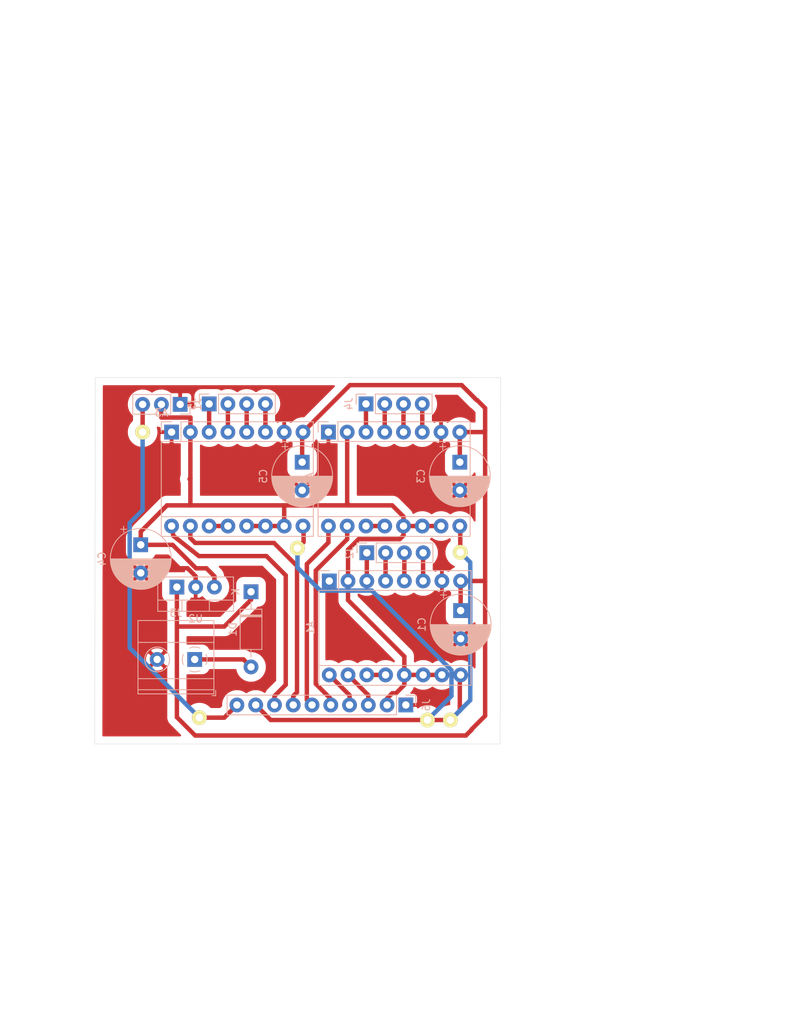
<source format=kicad_pcb>
(kicad_pcb (version 20171130) (host pcbnew 5.1.6-c6e7f7d~87~ubuntu20.04.1)

  (general
    (thickness 1.6)
    (drawings 4)
    (tracks 152)
    (zones 0)
    (modules 21)
    (nets 28)
  )

  (page A4)
  (layers
    (0 F.Cu signal)
    (31 B.Cu signal)
    (32 B.Adhes user)
    (33 F.Adhes user)
    (34 B.Paste user)
    (35 F.Paste user)
    (36 B.SilkS user)
    (37 F.SilkS user)
    (38 B.Mask user)
    (39 F.Mask user)
    (40 Dwgs.User user)
    (41 Cmts.User user)
    (42 Eco1.User user)
    (43 Eco2.User user)
    (44 Edge.Cuts user)
    (45 Margin user)
    (46 B.CrtYd user)
    (47 F.CrtYd user)
    (48 B.Fab user)
    (49 F.Fab user)
  )

  (setup
    (last_trace_width 0.25)
    (user_trace_width 0.6)
    (user_trace_width 1)
    (user_trace_width 2)
    (trace_clearance 0.2)
    (zone_clearance 1)
    (zone_45_only no)
    (trace_min 0.2)
    (via_size 0.8)
    (via_drill 0.4)
    (via_min_size 0.4)
    (via_min_drill 0.3)
    (uvia_size 0.3)
    (uvia_drill 0.1)
    (uvias_allowed no)
    (uvia_min_size 0.2)
    (uvia_min_drill 0.1)
    (edge_width 0.05)
    (segment_width 0.2)
    (pcb_text_width 0.3)
    (pcb_text_size 1.5 1.5)
    (mod_edge_width 0.12)
    (mod_text_size 1 1)
    (mod_text_width 0.15)
    (pad_size 2 2)
    (pad_drill 1)
    (pad_to_mask_clearance 0.051)
    (solder_mask_min_width 0.25)
    (aux_axis_origin 49.657 110.744)
    (visible_elements FFFFFF7F)
    (pcbplotparams
      (layerselection 0x00000_7fffffff)
      (usegerberextensions false)
      (usegerberattributes false)
      (usegerberadvancedattributes false)
      (creategerberjobfile false)
      (excludeedgelayer true)
      (linewidth 0.100000)
      (plotframeref false)
      (viasonmask false)
      (mode 1)
      (useauxorigin true)
      (hpglpennumber 1)
      (hpglpenspeed 20)
      (hpglpendiameter 15.000000)
      (psnegative false)
      (psa4output false)
      (plotreference true)
      (plotvalue true)
      (plotinvisibletext false)
      (padsonsilk false)
      (subtractmaskfromsilk false)
      (outputformat 1)
      (mirror false)
      (drillshape 0)
      (scaleselection 1)
      (outputdirectory "plot/"))
  )

  (net 0 "")
  (net 1 GND)
  (net 2 "Net-(A1-Pad13)")
  (net 3 ENABLE)
  (net 4 +5V)
  (net 5 "Net-(A1-Pad4)")
  (net 6 "Net-(A1-Pad3)")
  (net 7 "Net-(A2-Pad13)")
  (net 8 "Net-(A2-Pad6)")
  (net 9 "Net-(A2-Pad5)")
  (net 10 "Net-(A2-Pad4)")
  (net 11 "Net-(A2-Pad3)")
  (net 12 "Net-(A3-Pad13)")
  (net 13 "Net-(A3-Pad6)")
  (net 14 "Net-(A3-Pad5)")
  (net 15 "Net-(A3-Pad4)")
  (net 16 "Net-(A3-Pad3)")
  (net 17 A_DIR)
  (net 18 +12V)
  (net 19 A_STEP)
  (net 20 "Net-(A1-Pad6)")
  (net 21 "Net-(A1-Pad5)")
  (net 22 B_DIR)
  (net 23 B_STEP)
  (net 24 C_DIR)
  (net 25 C_STEP)
  (net 26 "Net-(D1-Pad2)")
  (net 27 SERVO_Z)

  (net_class Default "This is the default net class."
    (clearance 0.2)
    (trace_width 0.25)
    (via_dia 0.8)
    (via_drill 0.4)
    (uvia_dia 0.3)
    (uvia_drill 0.1)
    (add_net +12V)
    (add_net +5V)
    (add_net A_DIR)
    (add_net A_STEP)
    (add_net B_DIR)
    (add_net B_STEP)
    (add_net C_DIR)
    (add_net C_STEP)
    (add_net ENABLE)
    (add_net GND)
    (add_net "Net-(A1-Pad13)")
    (add_net "Net-(A1-Pad3)")
    (add_net "Net-(A1-Pad4)")
    (add_net "Net-(A1-Pad5)")
    (add_net "Net-(A1-Pad6)")
    (add_net "Net-(A2-Pad13)")
    (add_net "Net-(A2-Pad3)")
    (add_net "Net-(A2-Pad4)")
    (add_net "Net-(A2-Pad5)")
    (add_net "Net-(A2-Pad6)")
    (add_net "Net-(A3-Pad13)")
    (add_net "Net-(A3-Pad3)")
    (add_net "Net-(A3-Pad4)")
    (add_net "Net-(A3-Pad5)")
    (add_net "Net-(A3-Pad6)")
    (add_net "Net-(D1-Pad2)")
    (add_net SERVO_Z)
  )

  (module cnc-shield:Bridge (layer F.Cu) (tedit 5F81A4AC) (tstamp 5F80D6F8)
    (at 94.6785 107.5055)
    (fp_text reference "" (at 0 2.54) (layer F.SilkS)
      (effects (font (size 1 1) (thickness 0.15)))
    )
    (fp_text value Bridge (at 0 -2.54) (layer F.Fab)
      (effects (font (size 1 1) (thickness 0.15)))
    )
    (pad 1 thru_hole circle (at 0 0) (size 2 2) (drill 1) (layers *.Cu *.Mask F.SilkS)
      (net 3 ENABLE))
  )

  (module cnc-shield:Bridge (layer F.Cu) (tedit 5F81A305) (tstamp 5F80D6F8)
    (at 77.089 84.2645)
    (fp_text reference "" (at 0 2.54) (layer F.SilkS)
      (effects (font (size 1 1) (thickness 0.15)))
    )
    (fp_text value Bridge (at 0 -2.54) (layer F.Fab)
      (effects (font (size 1 1) (thickness 0.15)))
    )
    (pad 1 thru_hole circle (at 0 0) (size 2 2) (drill 1) (layers *.Cu *.Mask F.SilkS)
      (net 3 ENABLE))
  )

  (module cnc-shield:Bridge (layer F.Cu) (tedit 5F81A45D) (tstamp 5F80D6F8)
    (at 63.8175 107.188)
    (fp_text reference "" (at 0 2.54) (layer F.SilkS)
      (effects (font (size 1 1) (thickness 0.15)))
    )
    (fp_text value Bridge (at 0 -2.54) (layer F.Fab)
      (effects (font (size 1 1) (thickness 0.15)))
    )
    (pad 1 thru_hole circle (at 0 0) (size 2 2) (drill 1) (layers *.Cu *.Mask F.SilkS)
      (net 27 SERVO_Z))
  )

  (module cnc-shield:Bridge (layer F.Cu) (tedit 5F81A1A2) (tstamp 5F80D6F8)
    (at 56.134 68.58 270)
    (fp_text reference "" (at 0 2.54 90) (layer F.SilkS)
      (effects (font (size 1 1) (thickness 0.15)))
    )
    (fp_text value Bridge (at 0 -2.54 90) (layer F.Fab)
      (effects (font (size 1 1) (thickness 0.15)))
    )
    (pad 1 thru_hole circle (at 0 0 270) (size 2 2) (drill 1) (layers *.Cu *.Mask F.SilkS)
      (net 27 SERVO_Z))
  )

  (module cnc-shield:Bridge (layer F.Cu) (tedit 5F81A4B2) (tstamp 5F80D6F8)
    (at 97.79 107.5055)
    (fp_text reference "" (at 0 2.54) (layer F.SilkS)
      (effects (font (size 1 1) (thickness 0.15)))
    )
    (fp_text value Bridge (at 0 -2.54) (layer F.Fab)
      (effects (font (size 1 1) (thickness 0.15)))
    )
    (pad 1 thru_hole circle (at 0 0) (size 2 2) (drill 1) (layers *.Cu *.Mask F.SilkS)
      (net 3 ENABLE))
  )

  (module cnc-shield:Bridge (layer F.Cu) (tedit 5F81A32B) (tstamp 5F80D6E1)
    (at 99.1235 84.836)
    (fp_text reference "" (at 0 2.54) (layer F.SilkS)
      (effects (font (size 1 1) (thickness 0.15)))
    )
    (fp_text value Bridge (at 0 -2.54) (layer F.Fab)
      (effects (font (size 1 1) (thickness 0.15)))
    )
    (pad 1 thru_hole circle (at 0 0) (size 2 2) (drill 1) (layers *.Cu *.Mask F.SilkS)
      (net 3 ENABLE))
  )

  (module Connector_PinSocket_2.54mm:PinSocket_1x10_P2.54mm_Vertical (layer B.Cu) (tedit 5F81A4A2) (tstamp 5F80DF95)
    (at 91.7575 105.4735 90)
    (descr "Through hole straight socket strip, 1x10, 2.54mm pitch, single row (from Kicad 4.0.7), script generated")
    (tags "Through hole socket strip THT 1x10 2.54mm single row")
    (path /5F818352)
    (fp_text reference J6 (at 0 2.77 270) (layer B.SilkS)
      (effects (font (size 1 1) (thickness 0.15)) (justify mirror))
    )
    (fp_text value Conn_01x10_Female (at 0 -25.63 270) (layer B.Fab)
      (effects (font (size 1 1) (thickness 0.15)) (justify mirror))
    )
    (fp_line (start -1.27 1.27) (end 0.635 1.27) (layer B.Fab) (width 0.1))
    (fp_line (start 0.635 1.27) (end 1.27 0.635) (layer B.Fab) (width 0.1))
    (fp_line (start 1.27 0.635) (end 1.27 -24.13) (layer B.Fab) (width 0.1))
    (fp_line (start 1.27 -24.13) (end -1.27 -24.13) (layer B.Fab) (width 0.1))
    (fp_line (start -1.27 -24.13) (end -1.27 1.27) (layer B.Fab) (width 0.1))
    (fp_line (start -1.33 -1.27) (end 1.33 -1.27) (layer B.SilkS) (width 0.12))
    (fp_line (start -1.33 -1.27) (end -1.33 -24.19) (layer B.SilkS) (width 0.12))
    (fp_line (start -1.33 -24.19) (end 1.33 -24.19) (layer B.SilkS) (width 0.12))
    (fp_line (start 1.33 -1.27) (end 1.33 -24.19) (layer B.SilkS) (width 0.12))
    (fp_line (start 1.33 1.33) (end 1.33 0) (layer B.SilkS) (width 0.12))
    (fp_line (start 0 1.33) (end 1.33 1.33) (layer B.SilkS) (width 0.12))
    (fp_line (start -1.8 1.8) (end 1.75 1.8) (layer B.CrtYd) (width 0.05))
    (fp_line (start 1.75 1.8) (end 1.75 -24.6) (layer B.CrtYd) (width 0.05))
    (fp_line (start 1.75 -24.6) (end -1.8 -24.6) (layer B.CrtYd) (width 0.05))
    (fp_line (start -1.8 -24.6) (end -1.8 1.8) (layer B.CrtYd) (width 0.05))
    (fp_text user %R (at 0 -11.43) (layer B.Fab)
      (effects (font (size 1 1) (thickness 0.15)) (justify mirror))
    )
    (pad 10 thru_hole oval (at 0 -22.86 90) (size 2 2) (drill 1) (layers *.Cu *.Mask)
      (net 27 SERVO_Z))
    (pad 9 thru_hole oval (at 0 -20.32 90) (size 2 2) (drill 1) (layers *.Cu *.Mask)
      (net 3 ENABLE))
    (pad 8 thru_hole oval (at 0 -17.78 90) (size 2 2) (drill 1) (layers *.Cu *.Mask)
      (net 24 C_DIR))
    (pad 7 thru_hole oval (at 0 -15.24 90) (size 2 2) (drill 1) (layers *.Cu *.Mask)
      (net 25 C_STEP))
    (pad 6 thru_hole oval (at 0 -12.7 90) (size 2 2) (drill 1) (layers *.Cu *.Mask)
      (net 22 B_DIR))
    (pad 5 thru_hole oval (at 0 -10.16 90) (size 2 2) (drill 1) (layers *.Cu *.Mask)
      (net 23 B_STEP))
    (pad 4 thru_hole oval (at 0 -7.62 90) (size 2 2) (drill 1) (layers *.Cu *.Mask)
      (net 17 A_DIR))
    (pad 3 thru_hole oval (at 0 -5.08 90) (size 2 2) (drill 1) (layers *.Cu *.Mask)
      (net 19 A_STEP))
    (pad 2 thru_hole oval (at 0 -2.54 90) (size 2 2) (drill 1) (layers *.Cu *.Mask)
      (net 4 +5V))
    (pad 1 thru_hole rect (at 0 0 90) (size 2 2) (drill 1) (layers *.Cu *.Mask)
      (net 1 GND))
    (model ${KISYS3DMOD}/Connector_PinSocket_2.54mm.3dshapes/PinSocket_1x10_P2.54mm_Vertical.wrl
      (at (xyz 0 0 0))
      (scale (xyz 1 1 1))
      (rotate (xyz 0 0 0))
    )
  )

  (module Package_TO_SOT_THT:TO-220-3_Vertical (layer B.Cu) (tedit 5F81A42D) (tstamp 5F811E8B)
    (at 60.7695 89.535)
    (descr "TO-220-3, Vertical, RM 2.54mm, see https://www.vishay.com/docs/66542/to-220-1.pdf")
    (tags "TO-220-3 Vertical RM 2.54mm")
    (path /5F8B36C7)
    (fp_text reference U2 (at 2.54 4.27) (layer B.SilkS)
      (effects (font (size 1 1) (thickness 0.15)) (justify mirror))
    )
    (fp_text value LM7805_TO220 (at 2.54 -2.5) (layer B.Fab)
      (effects (font (size 1 1) (thickness 0.15)) (justify mirror))
    )
    (fp_line (start 7.79 3.4) (end -2.71 3.4) (layer B.CrtYd) (width 0.05))
    (fp_line (start 7.79 -1.51) (end 7.79 3.4) (layer B.CrtYd) (width 0.05))
    (fp_line (start -2.71 -1.51) (end 7.79 -1.51) (layer B.CrtYd) (width 0.05))
    (fp_line (start -2.71 3.4) (end -2.71 -1.51) (layer B.CrtYd) (width 0.05))
    (fp_line (start 4.391 3.27) (end 4.391 1.76) (layer B.SilkS) (width 0.12))
    (fp_line (start 0.69 3.27) (end 0.69 1.76) (layer B.SilkS) (width 0.12))
    (fp_line (start -2.58 1.76) (end 7.66 1.76) (layer B.SilkS) (width 0.12))
    (fp_line (start 7.66 3.27) (end 7.66 -1.371) (layer B.SilkS) (width 0.12))
    (fp_line (start -2.58 3.27) (end -2.58 -1.371) (layer B.SilkS) (width 0.12))
    (fp_line (start -2.58 -1.371) (end 7.66 -1.371) (layer B.SilkS) (width 0.12))
    (fp_line (start -2.58 3.27) (end 7.66 3.27) (layer B.SilkS) (width 0.12))
    (fp_line (start 4.39 3.15) (end 4.39 1.88) (layer B.Fab) (width 0.1))
    (fp_line (start 0.69 3.15) (end 0.69 1.88) (layer B.Fab) (width 0.1))
    (fp_line (start -2.46 1.88) (end 7.54 1.88) (layer B.Fab) (width 0.1))
    (fp_line (start 7.54 3.15) (end -2.46 3.15) (layer B.Fab) (width 0.1))
    (fp_line (start 7.54 -1.25) (end 7.54 3.15) (layer B.Fab) (width 0.1))
    (fp_line (start -2.46 -1.25) (end 7.54 -1.25) (layer B.Fab) (width 0.1))
    (fp_line (start -2.46 3.15) (end -2.46 -1.25) (layer B.Fab) (width 0.1))
    (fp_text user %R (at 2.54 4.27) (layer B.Fab)
      (effects (font (size 1 1) (thickness 0.15)) (justify mirror))
    )
    (pad 3 thru_hole oval (at 5.08 0) (size 2 2) (drill 1) (layers *.Cu *.Mask)
      (net 4 +5V))
    (pad 2 thru_hole oval (at 2.54 0) (size 2 2) (drill 1) (layers *.Cu *.Mask)
      (net 1 GND))
    (pad 1 thru_hole rect (at 0 0) (size 2 2) (drill 1) (layers *.Cu *.Mask)
      (net 18 +12V))
    (model ${KISYS3DMOD}/Package_TO_SOT_THT.3dshapes/TO-220-3_Vertical.wrl
      (at (xyz 0 0 0))
      (scale (xyz 1 1 1))
      (rotate (xyz 0 0 0))
    )
  )

  (module Connector_PinHeader_2.54mm:PinHeader_1x04_P2.54mm_Vertical (layer B.Cu) (tedit 5F81A16E) (tstamp 5F814F33)
    (at 65.135 64.77 270)
    (descr "Through hole straight pin header, 1x04, 2.54mm pitch, single row")
    (tags "Through hole pin header THT 1x04 2.54mm single row")
    (path /5F190FF2)
    (fp_text reference J5 (at 0 2.33 90) (layer B.SilkS)
      (effects (font (size 1 1) (thickness 0.15)) (justify mirror))
    )
    (fp_text value C_STEPPER (at 0 -9.95 90) (layer B.Fab)
      (effects (font (size 1 1) (thickness 0.15)) (justify mirror))
    )
    (fp_line (start 1.8 1.8) (end -1.8 1.8) (layer B.CrtYd) (width 0.05))
    (fp_line (start 1.8 -9.4) (end 1.8 1.8) (layer B.CrtYd) (width 0.05))
    (fp_line (start -1.8 -9.4) (end 1.8 -9.4) (layer B.CrtYd) (width 0.05))
    (fp_line (start -1.8 1.8) (end -1.8 -9.4) (layer B.CrtYd) (width 0.05))
    (fp_line (start -1.33 1.33) (end 0 1.33) (layer B.SilkS) (width 0.12))
    (fp_line (start -1.33 0) (end -1.33 1.33) (layer B.SilkS) (width 0.12))
    (fp_line (start -1.33 -1.27) (end 1.33 -1.27) (layer B.SilkS) (width 0.12))
    (fp_line (start 1.33 -1.27) (end 1.33 -8.95) (layer B.SilkS) (width 0.12))
    (fp_line (start -1.33 -1.27) (end -1.33 -8.95) (layer B.SilkS) (width 0.12))
    (fp_line (start -1.33 -8.95) (end 1.33 -8.95) (layer B.SilkS) (width 0.12))
    (fp_line (start -1.27 0.635) (end -0.635 1.27) (layer B.Fab) (width 0.1))
    (fp_line (start -1.27 -8.89) (end -1.27 0.635) (layer B.Fab) (width 0.1))
    (fp_line (start 1.27 -8.89) (end -1.27 -8.89) (layer B.Fab) (width 0.1))
    (fp_line (start 1.27 1.27) (end 1.27 -8.89) (layer B.Fab) (width 0.1))
    (fp_line (start -0.635 1.27) (end 1.27 1.27) (layer B.Fab) (width 0.1))
    (fp_text user %R (at 0 -3.81 180) (layer B.Fab)
      (effects (font (size 1 1) (thickness 0.15)) (justify mirror))
    )
    (pad 4 thru_hole oval (at 0 -7.62 270) (size 2 2) (drill 1) (layers *.Cu *.Mask)
      (net 13 "Net-(A3-Pad6)"))
    (pad 3 thru_hole oval (at 0 -5.08 270) (size 2 2) (drill 1) (layers *.Cu *.Mask)
      (net 14 "Net-(A3-Pad5)"))
    (pad 2 thru_hole oval (at 0 -2.54 270) (size 2 2) (drill 1) (layers *.Cu *.Mask)
      (net 15 "Net-(A3-Pad4)"))
    (pad 1 thru_hole rect (at 0 0 270) (size 2 2) (drill 1) (layers *.Cu *.Mask)
      (net 16 "Net-(A3-Pad3)"))
    (model ${KISYS3DMOD}/Connector_PinHeader_2.54mm.3dshapes/PinHeader_1x04_P2.54mm_Vertical.wrl
      (at (xyz 0 0 0))
      (scale (xyz 1 1 1))
      (rotate (xyz 0 0 0))
    )
  )

  (module Connector_PinHeader_2.54mm:PinHeader_1x04_P2.54mm_Vertical (layer B.Cu) (tedit 5F81A193) (tstamp 5F811E06)
    (at 86.36 64.77 270)
    (descr "Through hole straight pin header, 1x04, 2.54mm pitch, single row")
    (tags "Through hole pin header THT 1x04 2.54mm single row")
    (path /5F187D9D)
    (fp_text reference J4 (at 0 2.33 90) (layer B.SilkS)
      (effects (font (size 1 1) (thickness 0.15)) (justify mirror))
    )
    (fp_text value B_STEPPER (at 0 -9.95 90) (layer B.Fab)
      (effects (font (size 1 1) (thickness 0.15)) (justify mirror))
    )
    (fp_line (start 1.8 1.8) (end -1.8 1.8) (layer B.CrtYd) (width 0.05))
    (fp_line (start 1.8 -9.4) (end 1.8 1.8) (layer B.CrtYd) (width 0.05))
    (fp_line (start -1.8 -9.4) (end 1.8 -9.4) (layer B.CrtYd) (width 0.05))
    (fp_line (start -1.8 1.8) (end -1.8 -9.4) (layer B.CrtYd) (width 0.05))
    (fp_line (start -1.33 1.33) (end 0 1.33) (layer B.SilkS) (width 0.12))
    (fp_line (start -1.33 0) (end -1.33 1.33) (layer B.SilkS) (width 0.12))
    (fp_line (start -1.33 -1.27) (end 1.33 -1.27) (layer B.SilkS) (width 0.12))
    (fp_line (start 1.33 -1.27) (end 1.33 -8.95) (layer B.SilkS) (width 0.12))
    (fp_line (start -1.33 -1.27) (end -1.33 -8.95) (layer B.SilkS) (width 0.12))
    (fp_line (start -1.33 -8.95) (end 1.33 -8.95) (layer B.SilkS) (width 0.12))
    (fp_line (start -1.27 0.635) (end -0.635 1.27) (layer B.Fab) (width 0.1))
    (fp_line (start -1.27 -8.89) (end -1.27 0.635) (layer B.Fab) (width 0.1))
    (fp_line (start 1.27 -8.89) (end -1.27 -8.89) (layer B.Fab) (width 0.1))
    (fp_line (start 1.27 1.27) (end 1.27 -8.89) (layer B.Fab) (width 0.1))
    (fp_line (start -0.635 1.27) (end 1.27 1.27) (layer B.Fab) (width 0.1))
    (fp_text user %R (at 0 -7.62 180) (layer B.Fab)
      (effects (font (size 1 1) (thickness 0.15)) (justify mirror))
    )
    (pad 4 thru_hole oval (at 0 -7.62 270) (size 2 2) (drill 1) (layers *.Cu *.Mask)
      (net 8 "Net-(A2-Pad6)"))
    (pad 3 thru_hole oval (at 0 -5.08 270) (size 2 2) (drill 1) (layers *.Cu *.Mask)
      (net 9 "Net-(A2-Pad5)"))
    (pad 2 thru_hole oval (at 0 -2.54 270) (size 2 2) (drill 1) (layers *.Cu *.Mask)
      (net 10 "Net-(A2-Pad4)"))
    (pad 1 thru_hole rect (at 0 0 270) (size 2 2) (drill 1) (layers *.Cu *.Mask)
      (net 11 "Net-(A2-Pad3)"))
    (model ${KISYS3DMOD}/Connector_PinHeader_2.54mm.3dshapes/PinHeader_1x04_P2.54mm_Vertical.wrl
      (at (xyz 0 0 0))
      (scale (xyz 1 1 1))
      (rotate (xyz 0 0 0))
    )
  )

  (module TerminalBlock_Phoenix:TerminalBlock_Phoenix_MKDS-1,5-2-5.08_1x02_P5.08mm_Horizontal (layer B.Cu) (tedit 5F81A451) (tstamp 5F80E245)
    (at 63.1825 99.314 180)
    (descr "Terminal Block Phoenix MKDS-1,5-2-5.08, 2 pins, pitch 5.08mm, size 10.2x9.8mm^2, drill diamater 1.3mm, pad diameter 2.6mm, see http://www.farnell.com/datasheets/100425.pdf, script-generated using https://github.com/pointhi/kicad-footprint-generator/scripts/TerminalBlock_Phoenix")
    (tags "THT Terminal Block Phoenix MKDS-1,5-2-5.08 pitch 5.08mm size 10.2x9.8mm^2 drill 1.3mm pad 2.6mm")
    (path /5EFC1A0A)
    (fp_text reference J3 (at 2.54 6.26) (layer B.SilkS)
      (effects (font (size 1 1) (thickness 0.15)) (justify mirror))
    )
    (fp_text value 12V_BATTERY_SUPPLY (at 2.54 -5.66) (layer B.Fab)
      (effects (font (size 1 1) (thickness 0.15)) (justify mirror))
    )
    (fp_line (start 8.13 5.71) (end -3.04 5.71) (layer B.CrtYd) (width 0.05))
    (fp_line (start 8.13 -5.1) (end 8.13 5.71) (layer B.CrtYd) (width 0.05))
    (fp_line (start -3.04 -5.1) (end 8.13 -5.1) (layer B.CrtYd) (width 0.05))
    (fp_line (start -3.04 5.71) (end -3.04 -5.1) (layer B.CrtYd) (width 0.05))
    (fp_line (start -2.84 -4.9) (end -2.34 -4.9) (layer B.SilkS) (width 0.12))
    (fp_line (start -2.84 -4.16) (end -2.84 -4.9) (layer B.SilkS) (width 0.12))
    (fp_line (start 3.853 -1.023) (end 3.806 -1.069) (layer B.SilkS) (width 0.12))
    (fp_line (start 6.15 1.275) (end 6.115 1.239) (layer B.SilkS) (width 0.12))
    (fp_line (start 4.046 -1.239) (end 4.011 -1.274) (layer B.SilkS) (width 0.12))
    (fp_line (start 6.355 1.069) (end 6.308 1.023) (layer B.SilkS) (width 0.12))
    (fp_line (start 6.035 1.138) (end 3.943 -0.955) (layer B.Fab) (width 0.1))
    (fp_line (start 6.218 0.955) (end 4.126 -1.138) (layer B.Fab) (width 0.1))
    (fp_line (start 0.955 1.138) (end -1.138 -0.955) (layer B.Fab) (width 0.1))
    (fp_line (start 1.138 0.955) (end -0.955 -1.138) (layer B.Fab) (width 0.1))
    (fp_line (start 7.68 5.261) (end 7.68 -4.66) (layer B.SilkS) (width 0.12))
    (fp_line (start -2.6 5.261) (end -2.6 -4.66) (layer B.SilkS) (width 0.12))
    (fp_line (start -2.6 -4.66) (end 7.68 -4.66) (layer B.SilkS) (width 0.12))
    (fp_line (start -2.6 5.261) (end 7.68 5.261) (layer B.SilkS) (width 0.12))
    (fp_line (start -2.6 2.301) (end 7.68 2.301) (layer B.SilkS) (width 0.12))
    (fp_line (start -2.54 2.3) (end 7.62 2.3) (layer B.Fab) (width 0.1))
    (fp_line (start -2.6 -2.6) (end 7.68 -2.6) (layer B.SilkS) (width 0.12))
    (fp_line (start -2.54 -2.6) (end 7.62 -2.6) (layer B.Fab) (width 0.1))
    (fp_line (start -2.6 -4.1) (end 7.68 -4.1) (layer B.SilkS) (width 0.12))
    (fp_line (start -2.54 -4.1) (end 7.62 -4.1) (layer B.Fab) (width 0.1))
    (fp_line (start -2.54 -4.1) (end -2.54 5.2) (layer B.Fab) (width 0.1))
    (fp_line (start -2.04 -4.6) (end -2.54 -4.1) (layer B.Fab) (width 0.1))
    (fp_line (start 7.62 -4.6) (end -2.04 -4.6) (layer B.Fab) (width 0.1))
    (fp_line (start 7.62 5.2) (end 7.62 -4.6) (layer B.Fab) (width 0.1))
    (fp_line (start -2.54 5.2) (end 7.62 5.2) (layer B.Fab) (width 0.1))
    (fp_circle (center 5.08 0) (end 6.76 0) (layer B.SilkS) (width 0.12))
    (fp_circle (center 5.08 0) (end 6.58 0) (layer B.Fab) (width 0.1))
    (fp_circle (center 0 0) (end 1.5 0) (layer B.Fab) (width 0.1))
    (fp_text user %R (at 2.54 -3.2) (layer B.Fab)
      (effects (font (size 1 1) (thickness 0.15)) (justify mirror))
    )
    (fp_arc (start 0 0) (end -0.684 -1.535) (angle 25) (layer B.SilkS) (width 0.12))
    (fp_arc (start 0 0) (end -1.535 0.684) (angle 48) (layer B.SilkS) (width 0.12))
    (fp_arc (start 0 0) (end 0.684 1.535) (angle 48) (layer B.SilkS) (width 0.12))
    (fp_arc (start 0 0) (end 1.535 -0.684) (angle 48) (layer B.SilkS) (width 0.12))
    (fp_arc (start 0 0) (end 0 -1.68) (angle 24) (layer B.SilkS) (width 0.12))
    (pad 2 thru_hole circle (at 5.08 0 180) (size 2 2) (drill 1) (layers *.Cu *.Mask)
      (net 1 GND))
    (pad 1 thru_hole rect (at 0 0 180) (size 2 2) (drill 1) (layers *.Cu *.Mask)
      (net 26 "Net-(D1-Pad2)"))
    (model ${KISYS3DMOD}/TerminalBlock_Phoenix.3dshapes/TerminalBlock_Phoenix_MKDS-1,5-2-5.08_1x02_P5.08mm_Horizontal.wrl
      (at (xyz 0 0 0))
      (scale (xyz 1 1 1))
      (rotate (xyz 0 0 0))
    )
  )

  (module Connector_PinHeader_2.54mm:PinHeader_1x04_P2.54mm_Vertical (layer B.Cu) (tedit 5F81A321) (tstamp 5F80B5D9)
    (at 86.474 84.897 270)
    (descr "Through hole straight pin header, 1x04, 2.54mm pitch, single row")
    (tags "Through hole pin header THT 1x04 2.54mm single row")
    (path /5EFC5AC3)
    (fp_text reference J2 (at 0 2.33 90) (layer B.SilkS)
      (effects (font (size 1 1) (thickness 0.15)) (justify mirror))
    )
    (fp_text value A_STEPPER (at 0 -9.95 90) (layer B.Fab)
      (effects (font (size 1 1) (thickness 0.15)) (justify mirror))
    )
    (fp_line (start 1.8 1.8) (end -1.8 1.8) (layer B.CrtYd) (width 0.05))
    (fp_line (start 1.8 -9.4) (end 1.8 1.8) (layer B.CrtYd) (width 0.05))
    (fp_line (start -1.8 -9.4) (end 1.8 -9.4) (layer B.CrtYd) (width 0.05))
    (fp_line (start -1.8 1.8) (end -1.8 -9.4) (layer B.CrtYd) (width 0.05))
    (fp_line (start -1.33 1.33) (end 0 1.33) (layer B.SilkS) (width 0.12))
    (fp_line (start -1.33 0) (end -1.33 1.33) (layer B.SilkS) (width 0.12))
    (fp_line (start -1.33 -1.27) (end 1.33 -1.27) (layer B.SilkS) (width 0.12))
    (fp_line (start 1.33 -1.27) (end 1.33 -8.95) (layer B.SilkS) (width 0.12))
    (fp_line (start -1.33 -1.27) (end -1.33 -8.95) (layer B.SilkS) (width 0.12))
    (fp_line (start -1.33 -8.95) (end 1.33 -8.95) (layer B.SilkS) (width 0.12))
    (fp_line (start -1.27 0.635) (end -0.635 1.27) (layer B.Fab) (width 0.1))
    (fp_line (start -1.27 -8.89) (end -1.27 0.635) (layer B.Fab) (width 0.1))
    (fp_line (start 1.27 -8.89) (end -1.27 -8.89) (layer B.Fab) (width 0.1))
    (fp_line (start 1.27 1.27) (end 1.27 -8.89) (layer B.Fab) (width 0.1))
    (fp_line (start -0.635 1.27) (end 1.27 1.27) (layer B.Fab) (width 0.1))
    (fp_text user %R (at 0 -3.81 180) (layer B.Fab)
      (effects (font (size 1 1) (thickness 0.15)) (justify mirror))
    )
    (pad 4 thru_hole oval (at 0 -7.62 270) (size 2 2) (drill 1) (layers *.Cu *.Mask)
      (net 20 "Net-(A1-Pad6)"))
    (pad 3 thru_hole oval (at 0 -5.08 270) (size 2 2) (drill 1) (layers *.Cu *.Mask)
      (net 21 "Net-(A1-Pad5)"))
    (pad 2 thru_hole oval (at 0 -2.54 270) (size 2 2) (drill 1) (layers *.Cu *.Mask)
      (net 5 "Net-(A1-Pad4)"))
    (pad 1 thru_hole rect (at 0 0 270) (size 2 2) (drill 1) (layers *.Cu *.Mask)
      (net 6 "Net-(A1-Pad3)"))
    (model ${KISYS3DMOD}/Connector_PinHeader_2.54mm.3dshapes/PinHeader_1x04_P2.54mm_Vertical.wrl
      (at (xyz 0 0 0))
      (scale (xyz 1 1 1))
      (rotate (xyz 0 0 0))
    )
  )

  (module Connector_PinHeader_2.54mm:PinHeader_1x03_P2.54mm_Vertical (layer B.Cu) (tedit 5F81A14B) (tstamp 5F811DAA)
    (at 61.214 64.8335 90)
    (descr "Through hole straight pin header, 1x03, 2.54mm pitch, single row")
    (tags "Through hole pin header THT 1x03 2.54mm single row")
    (path /5F8960B7)
    (fp_text reference J1 (at 0 2.33 90) (layer B.SilkS)
      (effects (font (size 1 1) (thickness 0.15)) (justify mirror))
    )
    (fp_text value Servo (at 0 -7.41 90) (layer B.Fab)
      (effects (font (size 1 1) (thickness 0.15)) (justify mirror))
    )
    (fp_line (start 1.8 1.8) (end -1.8 1.8) (layer B.CrtYd) (width 0.05))
    (fp_line (start 1.8 -6.85) (end 1.8 1.8) (layer B.CrtYd) (width 0.05))
    (fp_line (start -1.8 -6.85) (end 1.8 -6.85) (layer B.CrtYd) (width 0.05))
    (fp_line (start -1.8 1.8) (end -1.8 -6.85) (layer B.CrtYd) (width 0.05))
    (fp_line (start -1.33 1.33) (end 0 1.33) (layer B.SilkS) (width 0.12))
    (fp_line (start -1.33 0) (end -1.33 1.33) (layer B.SilkS) (width 0.12))
    (fp_line (start -1.33 -1.27) (end 1.33 -1.27) (layer B.SilkS) (width 0.12))
    (fp_line (start 1.33 -1.27) (end 1.33 -6.41) (layer B.SilkS) (width 0.12))
    (fp_line (start -1.33 -1.27) (end -1.33 -6.41) (layer B.SilkS) (width 0.12))
    (fp_line (start -1.33 -6.41) (end 1.33 -6.41) (layer B.SilkS) (width 0.12))
    (fp_line (start -1.27 0.635) (end -0.635 1.27) (layer B.Fab) (width 0.1))
    (fp_line (start -1.27 -6.35) (end -1.27 0.635) (layer B.Fab) (width 0.1))
    (fp_line (start 1.27 -6.35) (end -1.27 -6.35) (layer B.Fab) (width 0.1))
    (fp_line (start 1.27 1.27) (end 1.27 -6.35) (layer B.Fab) (width 0.1))
    (fp_line (start -0.635 1.27) (end 1.27 1.27) (layer B.Fab) (width 0.1))
    (fp_text user %R (at 0 -2.54 180) (layer B.Fab)
      (effects (font (size 1 1) (thickness 0.15)) (justify mirror))
    )
    (pad 3 thru_hole oval (at 0 -5.08 90) (size 2 2) (drill 1) (layers *.Cu *.Mask)
      (net 27 SERVO_Z))
    (pad 2 thru_hole oval (at 0 -2.54 90) (size 2 2) (drill 1) (layers *.Cu *.Mask)
      (net 4 +5V))
    (pad 1 thru_hole rect (at 0 0 90) (size 2 2) (drill 1) (layers *.Cu *.Mask)
      (net 1 GND))
    (model ${KISYS3DMOD}/Connector_PinHeader_2.54mm.3dshapes/PinHeader_1x03_P2.54mm_Vertical.wrl
      (at (xyz 0 0 0))
      (scale (xyz 1 1 1))
      (rotate (xyz 0 0 0))
    )
  )

  (module Diode_THT:D_DO-41_SOD81_P10.16mm_Horizontal (layer B.Cu) (tedit 5F81A43F) (tstamp 5F811D93)
    (at 70.8025 90.17 270)
    (descr "Diode, DO-41_SOD81 series, Axial, Horizontal, pin pitch=10.16mm, , length*diameter=5.2*2.7mm^2, , http://www.diodes.com/_files/packages/DO-41%20(Plastic).pdf")
    (tags "Diode DO-41_SOD81 series Axial Horizontal pin pitch 10.16mm  length 5.2mm diameter 2.7mm")
    (path /5EE308DE)
    (fp_text reference D1 (at 5.08 2.47 90) (layer B.SilkS)
      (effects (font (size 1 1) (thickness 0.15)) (justify mirror))
    )
    (fp_text value 1N4001 (at 5.08 -2.47 90) (layer B.Fab)
      (effects (font (size 1 1) (thickness 0.15)) (justify mirror))
    )
    (fp_line (start 11.51 1.6) (end -1.35 1.6) (layer B.CrtYd) (width 0.05))
    (fp_line (start 11.51 -1.6) (end 11.51 1.6) (layer B.CrtYd) (width 0.05))
    (fp_line (start -1.35 -1.6) (end 11.51 -1.6) (layer B.CrtYd) (width 0.05))
    (fp_line (start -1.35 1.6) (end -1.35 -1.6) (layer B.CrtYd) (width 0.05))
    (fp_line (start 3.14 1.47) (end 3.14 -1.47) (layer B.SilkS) (width 0.12))
    (fp_line (start 3.38 1.47) (end 3.38 -1.47) (layer B.SilkS) (width 0.12))
    (fp_line (start 3.26 1.47) (end 3.26 -1.47) (layer B.SilkS) (width 0.12))
    (fp_line (start 8.82 0) (end 7.8 0) (layer B.SilkS) (width 0.12))
    (fp_line (start 1.34 0) (end 2.36 0) (layer B.SilkS) (width 0.12))
    (fp_line (start 7.8 1.47) (end 2.36 1.47) (layer B.SilkS) (width 0.12))
    (fp_line (start 7.8 -1.47) (end 7.8 1.47) (layer B.SilkS) (width 0.12))
    (fp_line (start 2.36 -1.47) (end 7.8 -1.47) (layer B.SilkS) (width 0.12))
    (fp_line (start 2.36 1.47) (end 2.36 -1.47) (layer B.SilkS) (width 0.12))
    (fp_line (start 3.16 1.35) (end 3.16 -1.35) (layer B.Fab) (width 0.1))
    (fp_line (start 3.36 1.35) (end 3.36 -1.35) (layer B.Fab) (width 0.1))
    (fp_line (start 3.26 1.35) (end 3.26 -1.35) (layer B.Fab) (width 0.1))
    (fp_line (start 10.16 0) (end 7.68 0) (layer B.Fab) (width 0.1))
    (fp_line (start 0 0) (end 2.48 0) (layer B.Fab) (width 0.1))
    (fp_line (start 7.68 1.35) (end 2.48 1.35) (layer B.Fab) (width 0.1))
    (fp_line (start 7.68 -1.35) (end 7.68 1.35) (layer B.Fab) (width 0.1))
    (fp_line (start 2.48 -1.35) (end 7.68 -1.35) (layer B.Fab) (width 0.1))
    (fp_line (start 2.48 1.35) (end 2.48 -1.35) (layer B.Fab) (width 0.1))
    (fp_text user K (at 0 2.1 90) (layer B.SilkS)
      (effects (font (size 1 1) (thickness 0.15)) (justify mirror))
    )
    (fp_text user K (at 0 2.1 90) (layer B.Fab)
      (effects (font (size 1 1) (thickness 0.15)) (justify mirror))
    )
    (fp_text user %R (at 5.47 0 90) (layer B.Fab)
      (effects (font (size 1 1) (thickness 0.15)) (justify mirror))
    )
    (pad 2 thru_hole oval (at 10.16 0 270) (size 2 2) (drill 1) (layers *.Cu *.Mask)
      (net 26 "Net-(D1-Pad2)"))
    (pad 1 thru_hole rect (at 0 0 270) (size 2 2) (drill 1) (layers *.Cu *.Mask)
      (net 18 +12V))
    (model ${KISYS3DMOD}/Diode_THT.3dshapes/D_DO-41_SOD81_P10.16mm_Horizontal.wrl
      (at (xyz 0 0 0))
      (scale (xyz 1 1 1))
      (rotate (xyz 0 0 0))
    )
  )

  (module Capacitor_THT:CP_Radial_D8.0mm_P3.80mm (layer B.Cu) (tedit 5F81A3A5) (tstamp 5F811D74)
    (at 77.724 72.644 270)
    (descr "CP, Radial series, Radial, pin pitch=3.80mm, , diameter=8mm, Electrolytic Capacitor")
    (tags "CP Radial series Radial pin pitch 3.80mm  diameter 8mm Electrolytic Capacitor")
    (path /5F190FBC)
    (fp_text reference C5 (at 1.9 5.25 90) (layer B.SilkS)
      (effects (font (size 1 1) (thickness 0.15)) (justify mirror))
    )
    (fp_text value 100uF (at 1.9 -5.25 90) (layer B.Fab)
      (effects (font (size 1 1) (thickness 0.15)) (justify mirror))
    )
    (fp_line (start -2.109698 2.715) (end -2.109698 1.915) (layer B.SilkS) (width 0.12))
    (fp_line (start -2.509698 2.315) (end -1.709698 2.315) (layer B.SilkS) (width 0.12))
    (fp_line (start 5.981 0.533) (end 5.981 -0.533) (layer B.SilkS) (width 0.12))
    (fp_line (start 5.941 0.768) (end 5.941 -0.768) (layer B.SilkS) (width 0.12))
    (fp_line (start 5.901 0.948) (end 5.901 -0.948) (layer B.SilkS) (width 0.12))
    (fp_line (start 5.861 1.098) (end 5.861 -1.098) (layer B.SilkS) (width 0.12))
    (fp_line (start 5.821 1.229) (end 5.821 -1.229) (layer B.SilkS) (width 0.12))
    (fp_line (start 5.781 1.346) (end 5.781 -1.346) (layer B.SilkS) (width 0.12))
    (fp_line (start 5.741 1.453) (end 5.741 -1.453) (layer B.SilkS) (width 0.12))
    (fp_line (start 5.701 1.552) (end 5.701 -1.552) (layer B.SilkS) (width 0.12))
    (fp_line (start 5.661 1.645) (end 5.661 -1.645) (layer B.SilkS) (width 0.12))
    (fp_line (start 5.621 1.731) (end 5.621 -1.731) (layer B.SilkS) (width 0.12))
    (fp_line (start 5.581 1.813) (end 5.581 -1.813) (layer B.SilkS) (width 0.12))
    (fp_line (start 5.541 1.89) (end 5.541 -1.89) (layer B.SilkS) (width 0.12))
    (fp_line (start 5.501 1.964) (end 5.501 -1.964) (layer B.SilkS) (width 0.12))
    (fp_line (start 5.461 2.034) (end 5.461 -2.034) (layer B.SilkS) (width 0.12))
    (fp_line (start 5.421 2.102) (end 5.421 -2.102) (layer B.SilkS) (width 0.12))
    (fp_line (start 5.381 2.166) (end 5.381 -2.166) (layer B.SilkS) (width 0.12))
    (fp_line (start 5.341 2.228) (end 5.341 -2.228) (layer B.SilkS) (width 0.12))
    (fp_line (start 5.301 2.287) (end 5.301 -2.287) (layer B.SilkS) (width 0.12))
    (fp_line (start 5.261 2.345) (end 5.261 -2.345) (layer B.SilkS) (width 0.12))
    (fp_line (start 5.221 2.4) (end 5.221 -2.4) (layer B.SilkS) (width 0.12))
    (fp_line (start 5.181 2.454) (end 5.181 -2.454) (layer B.SilkS) (width 0.12))
    (fp_line (start 5.141 2.505) (end 5.141 -2.505) (layer B.SilkS) (width 0.12))
    (fp_line (start 5.101 2.556) (end 5.101 -2.556) (layer B.SilkS) (width 0.12))
    (fp_line (start 5.061 2.604) (end 5.061 -2.604) (layer B.SilkS) (width 0.12))
    (fp_line (start 5.021 2.651) (end 5.021 -2.651) (layer B.SilkS) (width 0.12))
    (fp_line (start 4.981 2.697) (end 4.981 -2.697) (layer B.SilkS) (width 0.12))
    (fp_line (start 4.941 2.741) (end 4.941 -2.741) (layer B.SilkS) (width 0.12))
    (fp_line (start 4.901 2.784) (end 4.901 -2.784) (layer B.SilkS) (width 0.12))
    (fp_line (start 4.861 2.826) (end 4.861 -2.826) (layer B.SilkS) (width 0.12))
    (fp_line (start 4.821 -1.04) (end 4.821 -2.867) (layer B.SilkS) (width 0.12))
    (fp_line (start 4.821 2.867) (end 4.821 1.04) (layer B.SilkS) (width 0.12))
    (fp_line (start 4.781 -1.04) (end 4.781 -2.907) (layer B.SilkS) (width 0.12))
    (fp_line (start 4.781 2.907) (end 4.781 1.04) (layer B.SilkS) (width 0.12))
    (fp_line (start 4.741 -1.04) (end 4.741 -2.945) (layer B.SilkS) (width 0.12))
    (fp_line (start 4.741 2.945) (end 4.741 1.04) (layer B.SilkS) (width 0.12))
    (fp_line (start 4.701 -1.04) (end 4.701 -2.983) (layer B.SilkS) (width 0.12))
    (fp_line (start 4.701 2.983) (end 4.701 1.04) (layer B.SilkS) (width 0.12))
    (fp_line (start 4.661 -1.04) (end 4.661 -3.019) (layer B.SilkS) (width 0.12))
    (fp_line (start 4.661 3.019) (end 4.661 1.04) (layer B.SilkS) (width 0.12))
    (fp_line (start 4.621 -1.04) (end 4.621 -3.055) (layer B.SilkS) (width 0.12))
    (fp_line (start 4.621 3.055) (end 4.621 1.04) (layer B.SilkS) (width 0.12))
    (fp_line (start 4.581 -1.04) (end 4.581 -3.09) (layer B.SilkS) (width 0.12))
    (fp_line (start 4.581 3.09) (end 4.581 1.04) (layer B.SilkS) (width 0.12))
    (fp_line (start 4.541 -1.04) (end 4.541 -3.124) (layer B.SilkS) (width 0.12))
    (fp_line (start 4.541 3.124) (end 4.541 1.04) (layer B.SilkS) (width 0.12))
    (fp_line (start 4.501 -1.04) (end 4.501 -3.156) (layer B.SilkS) (width 0.12))
    (fp_line (start 4.501 3.156) (end 4.501 1.04) (layer B.SilkS) (width 0.12))
    (fp_line (start 4.461 -1.04) (end 4.461 -3.189) (layer B.SilkS) (width 0.12))
    (fp_line (start 4.461 3.189) (end 4.461 1.04) (layer B.SilkS) (width 0.12))
    (fp_line (start 4.421 -1.04) (end 4.421 -3.22) (layer B.SilkS) (width 0.12))
    (fp_line (start 4.421 3.22) (end 4.421 1.04) (layer B.SilkS) (width 0.12))
    (fp_line (start 4.381 -1.04) (end 4.381 -3.25) (layer B.SilkS) (width 0.12))
    (fp_line (start 4.381 3.25) (end 4.381 1.04) (layer B.SilkS) (width 0.12))
    (fp_line (start 4.341 -1.04) (end 4.341 -3.28) (layer B.SilkS) (width 0.12))
    (fp_line (start 4.341 3.28) (end 4.341 1.04) (layer B.SilkS) (width 0.12))
    (fp_line (start 4.301 -1.04) (end 4.301 -3.309) (layer B.SilkS) (width 0.12))
    (fp_line (start 4.301 3.309) (end 4.301 1.04) (layer B.SilkS) (width 0.12))
    (fp_line (start 4.261 -1.04) (end 4.261 -3.338) (layer B.SilkS) (width 0.12))
    (fp_line (start 4.261 3.338) (end 4.261 1.04) (layer B.SilkS) (width 0.12))
    (fp_line (start 4.221 -1.04) (end 4.221 -3.365) (layer B.SilkS) (width 0.12))
    (fp_line (start 4.221 3.365) (end 4.221 1.04) (layer B.SilkS) (width 0.12))
    (fp_line (start 4.181 -1.04) (end 4.181 -3.392) (layer B.SilkS) (width 0.12))
    (fp_line (start 4.181 3.392) (end 4.181 1.04) (layer B.SilkS) (width 0.12))
    (fp_line (start 4.141 -1.04) (end 4.141 -3.418) (layer B.SilkS) (width 0.12))
    (fp_line (start 4.141 3.418) (end 4.141 1.04) (layer B.SilkS) (width 0.12))
    (fp_line (start 4.101 -1.04) (end 4.101 -3.444) (layer B.SilkS) (width 0.12))
    (fp_line (start 4.101 3.444) (end 4.101 1.04) (layer B.SilkS) (width 0.12))
    (fp_line (start 4.061 -1.04) (end 4.061 -3.469) (layer B.SilkS) (width 0.12))
    (fp_line (start 4.061 3.469) (end 4.061 1.04) (layer B.SilkS) (width 0.12))
    (fp_line (start 4.021 -1.04) (end 4.021 -3.493) (layer B.SilkS) (width 0.12))
    (fp_line (start 4.021 3.493) (end 4.021 1.04) (layer B.SilkS) (width 0.12))
    (fp_line (start 3.981 -1.04) (end 3.981 -3.517) (layer B.SilkS) (width 0.12))
    (fp_line (start 3.981 3.517) (end 3.981 1.04) (layer B.SilkS) (width 0.12))
    (fp_line (start 3.941 -1.04) (end 3.941 -3.54) (layer B.SilkS) (width 0.12))
    (fp_line (start 3.941 3.54) (end 3.941 1.04) (layer B.SilkS) (width 0.12))
    (fp_line (start 3.901 -1.04) (end 3.901 -3.562) (layer B.SilkS) (width 0.12))
    (fp_line (start 3.901 3.562) (end 3.901 1.04) (layer B.SilkS) (width 0.12))
    (fp_line (start 3.861 -1.04) (end 3.861 -3.584) (layer B.SilkS) (width 0.12))
    (fp_line (start 3.861 3.584) (end 3.861 1.04) (layer B.SilkS) (width 0.12))
    (fp_line (start 3.821 -1.04) (end 3.821 -3.606) (layer B.SilkS) (width 0.12))
    (fp_line (start 3.821 3.606) (end 3.821 1.04) (layer B.SilkS) (width 0.12))
    (fp_line (start 3.781 -1.04) (end 3.781 -3.627) (layer B.SilkS) (width 0.12))
    (fp_line (start 3.781 3.627) (end 3.781 1.04) (layer B.SilkS) (width 0.12))
    (fp_line (start 3.741 -1.04) (end 3.741 -3.647) (layer B.SilkS) (width 0.12))
    (fp_line (start 3.741 3.647) (end 3.741 1.04) (layer B.SilkS) (width 0.12))
    (fp_line (start 3.701 -1.04) (end 3.701 -3.666) (layer B.SilkS) (width 0.12))
    (fp_line (start 3.701 3.666) (end 3.701 1.04) (layer B.SilkS) (width 0.12))
    (fp_line (start 3.661 -1.04) (end 3.661 -3.686) (layer B.SilkS) (width 0.12))
    (fp_line (start 3.661 3.686) (end 3.661 1.04) (layer B.SilkS) (width 0.12))
    (fp_line (start 3.621 -1.04) (end 3.621 -3.704) (layer B.SilkS) (width 0.12))
    (fp_line (start 3.621 3.704) (end 3.621 1.04) (layer B.SilkS) (width 0.12))
    (fp_line (start 3.581 -1.04) (end 3.581 -3.722) (layer B.SilkS) (width 0.12))
    (fp_line (start 3.581 3.722) (end 3.581 1.04) (layer B.SilkS) (width 0.12))
    (fp_line (start 3.541 -1.04) (end 3.541 -3.74) (layer B.SilkS) (width 0.12))
    (fp_line (start 3.541 3.74) (end 3.541 1.04) (layer B.SilkS) (width 0.12))
    (fp_line (start 3.501 -1.04) (end 3.501 -3.757) (layer B.SilkS) (width 0.12))
    (fp_line (start 3.501 3.757) (end 3.501 1.04) (layer B.SilkS) (width 0.12))
    (fp_line (start 3.461 -1.04) (end 3.461 -3.774) (layer B.SilkS) (width 0.12))
    (fp_line (start 3.461 3.774) (end 3.461 1.04) (layer B.SilkS) (width 0.12))
    (fp_line (start 3.421 -1.04) (end 3.421 -3.79) (layer B.SilkS) (width 0.12))
    (fp_line (start 3.421 3.79) (end 3.421 1.04) (layer B.SilkS) (width 0.12))
    (fp_line (start 3.381 -1.04) (end 3.381 -3.805) (layer B.SilkS) (width 0.12))
    (fp_line (start 3.381 3.805) (end 3.381 1.04) (layer B.SilkS) (width 0.12))
    (fp_line (start 3.341 -1.04) (end 3.341 -3.821) (layer B.SilkS) (width 0.12))
    (fp_line (start 3.341 3.821) (end 3.341 1.04) (layer B.SilkS) (width 0.12))
    (fp_line (start 3.301 -1.04) (end 3.301 -3.835) (layer B.SilkS) (width 0.12))
    (fp_line (start 3.301 3.835) (end 3.301 1.04) (layer B.SilkS) (width 0.12))
    (fp_line (start 3.261 -1.04) (end 3.261 -3.85) (layer B.SilkS) (width 0.12))
    (fp_line (start 3.261 3.85) (end 3.261 1.04) (layer B.SilkS) (width 0.12))
    (fp_line (start 3.221 -1.04) (end 3.221 -3.863) (layer B.SilkS) (width 0.12))
    (fp_line (start 3.221 3.863) (end 3.221 1.04) (layer B.SilkS) (width 0.12))
    (fp_line (start 3.181 -1.04) (end 3.181 -3.877) (layer B.SilkS) (width 0.12))
    (fp_line (start 3.181 3.877) (end 3.181 1.04) (layer B.SilkS) (width 0.12))
    (fp_line (start 3.141 -1.04) (end 3.141 -3.889) (layer B.SilkS) (width 0.12))
    (fp_line (start 3.141 3.889) (end 3.141 1.04) (layer B.SilkS) (width 0.12))
    (fp_line (start 3.101 -1.04) (end 3.101 -3.902) (layer B.SilkS) (width 0.12))
    (fp_line (start 3.101 3.902) (end 3.101 1.04) (layer B.SilkS) (width 0.12))
    (fp_line (start 3.061 -1.04) (end 3.061 -3.914) (layer B.SilkS) (width 0.12))
    (fp_line (start 3.061 3.914) (end 3.061 1.04) (layer B.SilkS) (width 0.12))
    (fp_line (start 3.021 -1.04) (end 3.021 -3.925) (layer B.SilkS) (width 0.12))
    (fp_line (start 3.021 3.925) (end 3.021 1.04) (layer B.SilkS) (width 0.12))
    (fp_line (start 2.981 -1.04) (end 2.981 -3.936) (layer B.SilkS) (width 0.12))
    (fp_line (start 2.981 3.936) (end 2.981 1.04) (layer B.SilkS) (width 0.12))
    (fp_line (start 2.941 -1.04) (end 2.941 -3.947) (layer B.SilkS) (width 0.12))
    (fp_line (start 2.941 3.947) (end 2.941 1.04) (layer B.SilkS) (width 0.12))
    (fp_line (start 2.901 -1.04) (end 2.901 -3.957) (layer B.SilkS) (width 0.12))
    (fp_line (start 2.901 3.957) (end 2.901 1.04) (layer B.SilkS) (width 0.12))
    (fp_line (start 2.861 -1.04) (end 2.861 -3.967) (layer B.SilkS) (width 0.12))
    (fp_line (start 2.861 3.967) (end 2.861 1.04) (layer B.SilkS) (width 0.12))
    (fp_line (start 2.821 -1.04) (end 2.821 -3.976) (layer B.SilkS) (width 0.12))
    (fp_line (start 2.821 3.976) (end 2.821 1.04) (layer B.SilkS) (width 0.12))
    (fp_line (start 2.781 -1.04) (end 2.781 -3.985) (layer B.SilkS) (width 0.12))
    (fp_line (start 2.781 3.985) (end 2.781 1.04) (layer B.SilkS) (width 0.12))
    (fp_line (start 2.741 3.994) (end 2.741 -3.994) (layer B.SilkS) (width 0.12))
    (fp_line (start 2.701 4.002) (end 2.701 -4.002) (layer B.SilkS) (width 0.12))
    (fp_line (start 2.661 4.01) (end 2.661 -4.01) (layer B.SilkS) (width 0.12))
    (fp_line (start 2.621 4.017) (end 2.621 -4.017) (layer B.SilkS) (width 0.12))
    (fp_line (start 2.58 4.024) (end 2.58 -4.024) (layer B.SilkS) (width 0.12))
    (fp_line (start 2.54 4.03) (end 2.54 -4.03) (layer B.SilkS) (width 0.12))
    (fp_line (start 2.5 4.037) (end 2.5 -4.037) (layer B.SilkS) (width 0.12))
    (fp_line (start 2.46 4.042) (end 2.46 -4.042) (layer B.SilkS) (width 0.12))
    (fp_line (start 2.42 4.048) (end 2.42 -4.048) (layer B.SilkS) (width 0.12))
    (fp_line (start 2.38 4.052) (end 2.38 -4.052) (layer B.SilkS) (width 0.12))
    (fp_line (start 2.34 4.057) (end 2.34 -4.057) (layer B.SilkS) (width 0.12))
    (fp_line (start 2.3 4.061) (end 2.3 -4.061) (layer B.SilkS) (width 0.12))
    (fp_line (start 2.26 4.065) (end 2.26 -4.065) (layer B.SilkS) (width 0.12))
    (fp_line (start 2.22 4.068) (end 2.22 -4.068) (layer B.SilkS) (width 0.12))
    (fp_line (start 2.18 4.071) (end 2.18 -4.071) (layer B.SilkS) (width 0.12))
    (fp_line (start 2.14 4.074) (end 2.14 -4.074) (layer B.SilkS) (width 0.12))
    (fp_line (start 2.1 4.076) (end 2.1 -4.076) (layer B.SilkS) (width 0.12))
    (fp_line (start 2.06 4.077) (end 2.06 -4.077) (layer B.SilkS) (width 0.12))
    (fp_line (start 2.02 4.079) (end 2.02 -4.079) (layer B.SilkS) (width 0.12))
    (fp_line (start 1.98 4.08) (end 1.98 -4.08) (layer B.SilkS) (width 0.12))
    (fp_line (start 1.94 4.08) (end 1.94 -4.08) (layer B.SilkS) (width 0.12))
    (fp_line (start 1.9 4.08) (end 1.9 -4.08) (layer B.SilkS) (width 0.12))
    (fp_line (start -1.126759 2.1475) (end -1.126759 1.3475) (layer B.Fab) (width 0.1))
    (fp_line (start -1.526759 1.7475) (end -0.726759 1.7475) (layer B.Fab) (width 0.1))
    (fp_circle (center 1.9 0) (end 6.15 0) (layer B.CrtYd) (width 0.05))
    (fp_circle (center 1.9 0) (end 6.02 0) (layer B.SilkS) (width 0.12))
    (fp_circle (center 1.9 0) (end 5.9 0) (layer B.Fab) (width 0.1))
    (fp_text user %R (at 1.9 0 90) (layer B.Fab)
      (effects (font (size 1 1) (thickness 0.15)) (justify mirror))
    )
    (pad 2 thru_hole circle (at 3.8 0 270) (size 2 2) (drill 1) (layers *.Cu *.Mask)
      (net 1 GND))
    (pad 1 thru_hole rect (at 0 0 270) (size 2 2) (drill 1) (layers *.Cu *.Mask)
      (net 18 +12V))
    (model ${KISYS3DMOD}/Capacitor_THT.3dshapes/CP_Radial_D8.0mm_P3.80mm.wrl
      (at (xyz 0 0 0))
      (scale (xyz 1 1 1))
      (rotate (xyz 0 0 0))
    )
  )

  (module Capacitor_THT:CP_Radial_D8.0mm_P3.80mm (layer B.Cu) (tedit 5F81A3BE) (tstamp 5F80D558)
    (at 55.88 83.82 270)
    (descr "CP, Radial series, Radial, pin pitch=3.80mm, , diameter=8mm, Electrolytic Capacitor")
    (tags "CP Radial series Radial pin pitch 3.80mm  diameter 8mm Electrolytic Capacitor")
    (path /5F8BE5FA)
    (fp_text reference C4 (at 1.9 5.25 90) (layer B.SilkS)
      (effects (font (size 1 1) (thickness 0.15)) (justify mirror))
    )
    (fp_text value 0.1uf (at 1.9 -5.25 90) (layer B.Fab)
      (effects (font (size 1 1) (thickness 0.15)) (justify mirror))
    )
    (fp_line (start -2.109698 2.715) (end -2.109698 1.915) (layer B.SilkS) (width 0.12))
    (fp_line (start -2.509698 2.315) (end -1.709698 2.315) (layer B.SilkS) (width 0.12))
    (fp_line (start 5.981 0.533) (end 5.981 -0.533) (layer B.SilkS) (width 0.12))
    (fp_line (start 5.941 0.768) (end 5.941 -0.768) (layer B.SilkS) (width 0.12))
    (fp_line (start 5.901 0.948) (end 5.901 -0.948) (layer B.SilkS) (width 0.12))
    (fp_line (start 5.861 1.098) (end 5.861 -1.098) (layer B.SilkS) (width 0.12))
    (fp_line (start 5.821 1.229) (end 5.821 -1.229) (layer B.SilkS) (width 0.12))
    (fp_line (start 5.781 1.346) (end 5.781 -1.346) (layer B.SilkS) (width 0.12))
    (fp_line (start 5.741 1.453) (end 5.741 -1.453) (layer B.SilkS) (width 0.12))
    (fp_line (start 5.701 1.552) (end 5.701 -1.552) (layer B.SilkS) (width 0.12))
    (fp_line (start 5.661 1.645) (end 5.661 -1.645) (layer B.SilkS) (width 0.12))
    (fp_line (start 5.621 1.731) (end 5.621 -1.731) (layer B.SilkS) (width 0.12))
    (fp_line (start 5.581 1.813) (end 5.581 -1.813) (layer B.SilkS) (width 0.12))
    (fp_line (start 5.541 1.89) (end 5.541 -1.89) (layer B.SilkS) (width 0.12))
    (fp_line (start 5.501 1.964) (end 5.501 -1.964) (layer B.SilkS) (width 0.12))
    (fp_line (start 5.461 2.034) (end 5.461 -2.034) (layer B.SilkS) (width 0.12))
    (fp_line (start 5.421 2.102) (end 5.421 -2.102) (layer B.SilkS) (width 0.12))
    (fp_line (start 5.381 2.166) (end 5.381 -2.166) (layer B.SilkS) (width 0.12))
    (fp_line (start 5.341 2.228) (end 5.341 -2.228) (layer B.SilkS) (width 0.12))
    (fp_line (start 5.301 2.287) (end 5.301 -2.287) (layer B.SilkS) (width 0.12))
    (fp_line (start 5.261 2.345) (end 5.261 -2.345) (layer B.SilkS) (width 0.12))
    (fp_line (start 5.221 2.4) (end 5.221 -2.4) (layer B.SilkS) (width 0.12))
    (fp_line (start 5.181 2.454) (end 5.181 -2.454) (layer B.SilkS) (width 0.12))
    (fp_line (start 5.141 2.505) (end 5.141 -2.505) (layer B.SilkS) (width 0.12))
    (fp_line (start 5.101 2.556) (end 5.101 -2.556) (layer B.SilkS) (width 0.12))
    (fp_line (start 5.061 2.604) (end 5.061 -2.604) (layer B.SilkS) (width 0.12))
    (fp_line (start 5.021 2.651) (end 5.021 -2.651) (layer B.SilkS) (width 0.12))
    (fp_line (start 4.981 2.697) (end 4.981 -2.697) (layer B.SilkS) (width 0.12))
    (fp_line (start 4.941 2.741) (end 4.941 -2.741) (layer B.SilkS) (width 0.12))
    (fp_line (start 4.901 2.784) (end 4.901 -2.784) (layer B.SilkS) (width 0.12))
    (fp_line (start 4.861 2.826) (end 4.861 -2.826) (layer B.SilkS) (width 0.12))
    (fp_line (start 4.821 -1.04) (end 4.821 -2.867) (layer B.SilkS) (width 0.12))
    (fp_line (start 4.821 2.867) (end 4.821 1.04) (layer B.SilkS) (width 0.12))
    (fp_line (start 4.781 -1.04) (end 4.781 -2.907) (layer B.SilkS) (width 0.12))
    (fp_line (start 4.781 2.907) (end 4.781 1.04) (layer B.SilkS) (width 0.12))
    (fp_line (start 4.741 -1.04) (end 4.741 -2.945) (layer B.SilkS) (width 0.12))
    (fp_line (start 4.741 2.945) (end 4.741 1.04) (layer B.SilkS) (width 0.12))
    (fp_line (start 4.701 -1.04) (end 4.701 -2.983) (layer B.SilkS) (width 0.12))
    (fp_line (start 4.701 2.983) (end 4.701 1.04) (layer B.SilkS) (width 0.12))
    (fp_line (start 4.661 -1.04) (end 4.661 -3.019) (layer B.SilkS) (width 0.12))
    (fp_line (start 4.661 3.019) (end 4.661 1.04) (layer B.SilkS) (width 0.12))
    (fp_line (start 4.621 -1.04) (end 4.621 -3.055) (layer B.SilkS) (width 0.12))
    (fp_line (start 4.621 3.055) (end 4.621 1.04) (layer B.SilkS) (width 0.12))
    (fp_line (start 4.581 -1.04) (end 4.581 -3.09) (layer B.SilkS) (width 0.12))
    (fp_line (start 4.581 3.09) (end 4.581 1.04) (layer B.SilkS) (width 0.12))
    (fp_line (start 4.541 -1.04) (end 4.541 -3.124) (layer B.SilkS) (width 0.12))
    (fp_line (start 4.541 3.124) (end 4.541 1.04) (layer B.SilkS) (width 0.12))
    (fp_line (start 4.501 -1.04) (end 4.501 -3.156) (layer B.SilkS) (width 0.12))
    (fp_line (start 4.501 3.156) (end 4.501 1.04) (layer B.SilkS) (width 0.12))
    (fp_line (start 4.461 -1.04) (end 4.461 -3.189) (layer B.SilkS) (width 0.12))
    (fp_line (start 4.461 3.189) (end 4.461 1.04) (layer B.SilkS) (width 0.12))
    (fp_line (start 4.421 -1.04) (end 4.421 -3.22) (layer B.SilkS) (width 0.12))
    (fp_line (start 4.421 3.22) (end 4.421 1.04) (layer B.SilkS) (width 0.12))
    (fp_line (start 4.381 -1.04) (end 4.381 -3.25) (layer B.SilkS) (width 0.12))
    (fp_line (start 4.381 3.25) (end 4.381 1.04) (layer B.SilkS) (width 0.12))
    (fp_line (start 4.341 -1.04) (end 4.341 -3.28) (layer B.SilkS) (width 0.12))
    (fp_line (start 4.341 3.28) (end 4.341 1.04) (layer B.SilkS) (width 0.12))
    (fp_line (start 4.301 -1.04) (end 4.301 -3.309) (layer B.SilkS) (width 0.12))
    (fp_line (start 4.301 3.309) (end 4.301 1.04) (layer B.SilkS) (width 0.12))
    (fp_line (start 4.261 -1.04) (end 4.261 -3.338) (layer B.SilkS) (width 0.12))
    (fp_line (start 4.261 3.338) (end 4.261 1.04) (layer B.SilkS) (width 0.12))
    (fp_line (start 4.221 -1.04) (end 4.221 -3.365) (layer B.SilkS) (width 0.12))
    (fp_line (start 4.221 3.365) (end 4.221 1.04) (layer B.SilkS) (width 0.12))
    (fp_line (start 4.181 -1.04) (end 4.181 -3.392) (layer B.SilkS) (width 0.12))
    (fp_line (start 4.181 3.392) (end 4.181 1.04) (layer B.SilkS) (width 0.12))
    (fp_line (start 4.141 -1.04) (end 4.141 -3.418) (layer B.SilkS) (width 0.12))
    (fp_line (start 4.141 3.418) (end 4.141 1.04) (layer B.SilkS) (width 0.12))
    (fp_line (start 4.101 -1.04) (end 4.101 -3.444) (layer B.SilkS) (width 0.12))
    (fp_line (start 4.101 3.444) (end 4.101 1.04) (layer B.SilkS) (width 0.12))
    (fp_line (start 4.061 -1.04) (end 4.061 -3.469) (layer B.SilkS) (width 0.12))
    (fp_line (start 4.061 3.469) (end 4.061 1.04) (layer B.SilkS) (width 0.12))
    (fp_line (start 4.021 -1.04) (end 4.021 -3.493) (layer B.SilkS) (width 0.12))
    (fp_line (start 4.021 3.493) (end 4.021 1.04) (layer B.SilkS) (width 0.12))
    (fp_line (start 3.981 -1.04) (end 3.981 -3.517) (layer B.SilkS) (width 0.12))
    (fp_line (start 3.981 3.517) (end 3.981 1.04) (layer B.SilkS) (width 0.12))
    (fp_line (start 3.941 -1.04) (end 3.941 -3.54) (layer B.SilkS) (width 0.12))
    (fp_line (start 3.941 3.54) (end 3.941 1.04) (layer B.SilkS) (width 0.12))
    (fp_line (start 3.901 -1.04) (end 3.901 -3.562) (layer B.SilkS) (width 0.12))
    (fp_line (start 3.901 3.562) (end 3.901 1.04) (layer B.SilkS) (width 0.12))
    (fp_line (start 3.861 -1.04) (end 3.861 -3.584) (layer B.SilkS) (width 0.12))
    (fp_line (start 3.861 3.584) (end 3.861 1.04) (layer B.SilkS) (width 0.12))
    (fp_line (start 3.821 -1.04) (end 3.821 -3.606) (layer B.SilkS) (width 0.12))
    (fp_line (start 3.821 3.606) (end 3.821 1.04) (layer B.SilkS) (width 0.12))
    (fp_line (start 3.781 -1.04) (end 3.781 -3.627) (layer B.SilkS) (width 0.12))
    (fp_line (start 3.781 3.627) (end 3.781 1.04) (layer B.SilkS) (width 0.12))
    (fp_line (start 3.741 -1.04) (end 3.741 -3.647) (layer B.SilkS) (width 0.12))
    (fp_line (start 3.741 3.647) (end 3.741 1.04) (layer B.SilkS) (width 0.12))
    (fp_line (start 3.701 -1.04) (end 3.701 -3.666) (layer B.SilkS) (width 0.12))
    (fp_line (start 3.701 3.666) (end 3.701 1.04) (layer B.SilkS) (width 0.12))
    (fp_line (start 3.661 -1.04) (end 3.661 -3.686) (layer B.SilkS) (width 0.12))
    (fp_line (start 3.661 3.686) (end 3.661 1.04) (layer B.SilkS) (width 0.12))
    (fp_line (start 3.621 -1.04) (end 3.621 -3.704) (layer B.SilkS) (width 0.12))
    (fp_line (start 3.621 3.704) (end 3.621 1.04) (layer B.SilkS) (width 0.12))
    (fp_line (start 3.581 -1.04) (end 3.581 -3.722) (layer B.SilkS) (width 0.12))
    (fp_line (start 3.581 3.722) (end 3.581 1.04) (layer B.SilkS) (width 0.12))
    (fp_line (start 3.541 -1.04) (end 3.541 -3.74) (layer B.SilkS) (width 0.12))
    (fp_line (start 3.541 3.74) (end 3.541 1.04) (layer B.SilkS) (width 0.12))
    (fp_line (start 3.501 -1.04) (end 3.501 -3.757) (layer B.SilkS) (width 0.12))
    (fp_line (start 3.501 3.757) (end 3.501 1.04) (layer B.SilkS) (width 0.12))
    (fp_line (start 3.461 -1.04) (end 3.461 -3.774) (layer B.SilkS) (width 0.12))
    (fp_line (start 3.461 3.774) (end 3.461 1.04) (layer B.SilkS) (width 0.12))
    (fp_line (start 3.421 -1.04) (end 3.421 -3.79) (layer B.SilkS) (width 0.12))
    (fp_line (start 3.421 3.79) (end 3.421 1.04) (layer B.SilkS) (width 0.12))
    (fp_line (start 3.381 -1.04) (end 3.381 -3.805) (layer B.SilkS) (width 0.12))
    (fp_line (start 3.381 3.805) (end 3.381 1.04) (layer B.SilkS) (width 0.12))
    (fp_line (start 3.341 -1.04) (end 3.341 -3.821) (layer B.SilkS) (width 0.12))
    (fp_line (start 3.341 3.821) (end 3.341 1.04) (layer B.SilkS) (width 0.12))
    (fp_line (start 3.301 -1.04) (end 3.301 -3.835) (layer B.SilkS) (width 0.12))
    (fp_line (start 3.301 3.835) (end 3.301 1.04) (layer B.SilkS) (width 0.12))
    (fp_line (start 3.261 -1.04) (end 3.261 -3.85) (layer B.SilkS) (width 0.12))
    (fp_line (start 3.261 3.85) (end 3.261 1.04) (layer B.SilkS) (width 0.12))
    (fp_line (start 3.221 -1.04) (end 3.221 -3.863) (layer B.SilkS) (width 0.12))
    (fp_line (start 3.221 3.863) (end 3.221 1.04) (layer B.SilkS) (width 0.12))
    (fp_line (start 3.181 -1.04) (end 3.181 -3.877) (layer B.SilkS) (width 0.12))
    (fp_line (start 3.181 3.877) (end 3.181 1.04) (layer B.SilkS) (width 0.12))
    (fp_line (start 3.141 -1.04) (end 3.141 -3.889) (layer B.SilkS) (width 0.12))
    (fp_line (start 3.141 3.889) (end 3.141 1.04) (layer B.SilkS) (width 0.12))
    (fp_line (start 3.101 -1.04) (end 3.101 -3.902) (layer B.SilkS) (width 0.12))
    (fp_line (start 3.101 3.902) (end 3.101 1.04) (layer B.SilkS) (width 0.12))
    (fp_line (start 3.061 -1.04) (end 3.061 -3.914) (layer B.SilkS) (width 0.12))
    (fp_line (start 3.061 3.914) (end 3.061 1.04) (layer B.SilkS) (width 0.12))
    (fp_line (start 3.021 -1.04) (end 3.021 -3.925) (layer B.SilkS) (width 0.12))
    (fp_line (start 3.021 3.925) (end 3.021 1.04) (layer B.SilkS) (width 0.12))
    (fp_line (start 2.981 -1.04) (end 2.981 -3.936) (layer B.SilkS) (width 0.12))
    (fp_line (start 2.981 3.936) (end 2.981 1.04) (layer B.SilkS) (width 0.12))
    (fp_line (start 2.941 -1.04) (end 2.941 -3.947) (layer B.SilkS) (width 0.12))
    (fp_line (start 2.941 3.947) (end 2.941 1.04) (layer B.SilkS) (width 0.12))
    (fp_line (start 2.901 -1.04) (end 2.901 -3.957) (layer B.SilkS) (width 0.12))
    (fp_line (start 2.901 3.957) (end 2.901 1.04) (layer B.SilkS) (width 0.12))
    (fp_line (start 2.861 -1.04) (end 2.861 -3.967) (layer B.SilkS) (width 0.12))
    (fp_line (start 2.861 3.967) (end 2.861 1.04) (layer B.SilkS) (width 0.12))
    (fp_line (start 2.821 -1.04) (end 2.821 -3.976) (layer B.SilkS) (width 0.12))
    (fp_line (start 2.821 3.976) (end 2.821 1.04) (layer B.SilkS) (width 0.12))
    (fp_line (start 2.781 -1.04) (end 2.781 -3.985) (layer B.SilkS) (width 0.12))
    (fp_line (start 2.781 3.985) (end 2.781 1.04) (layer B.SilkS) (width 0.12))
    (fp_line (start 2.741 3.994) (end 2.741 -3.994) (layer B.SilkS) (width 0.12))
    (fp_line (start 2.701 4.002) (end 2.701 -4.002) (layer B.SilkS) (width 0.12))
    (fp_line (start 2.661 4.01) (end 2.661 -4.01) (layer B.SilkS) (width 0.12))
    (fp_line (start 2.621 4.017) (end 2.621 -4.017) (layer B.SilkS) (width 0.12))
    (fp_line (start 2.58 4.024) (end 2.58 -4.024) (layer B.SilkS) (width 0.12))
    (fp_line (start 2.54 4.03) (end 2.54 -4.03) (layer B.SilkS) (width 0.12))
    (fp_line (start 2.5 4.037) (end 2.5 -4.037) (layer B.SilkS) (width 0.12))
    (fp_line (start 2.46 4.042) (end 2.46 -4.042) (layer B.SilkS) (width 0.12))
    (fp_line (start 2.42 4.048) (end 2.42 -4.048) (layer B.SilkS) (width 0.12))
    (fp_line (start 2.38 4.052) (end 2.38 -4.052) (layer B.SilkS) (width 0.12))
    (fp_line (start 2.34 4.057) (end 2.34 -4.057) (layer B.SilkS) (width 0.12))
    (fp_line (start 2.3 4.061) (end 2.3 -4.061) (layer B.SilkS) (width 0.12))
    (fp_line (start 2.26 4.065) (end 2.26 -4.065) (layer B.SilkS) (width 0.12))
    (fp_line (start 2.22 4.068) (end 2.22 -4.068) (layer B.SilkS) (width 0.12))
    (fp_line (start 2.18 4.071) (end 2.18 -4.071) (layer B.SilkS) (width 0.12))
    (fp_line (start 2.14 4.074) (end 2.14 -4.074) (layer B.SilkS) (width 0.12))
    (fp_line (start 2.1 4.076) (end 2.1 -4.076) (layer B.SilkS) (width 0.12))
    (fp_line (start 2.06 4.077) (end 2.06 -4.077) (layer B.SilkS) (width 0.12))
    (fp_line (start 2.02 4.079) (end 2.02 -4.079) (layer B.SilkS) (width 0.12))
    (fp_line (start 1.98 4.08) (end 1.98 -4.08) (layer B.SilkS) (width 0.12))
    (fp_line (start 1.94 4.08) (end 1.94 -4.08) (layer B.SilkS) (width 0.12))
    (fp_line (start 1.9 4.08) (end 1.9 -4.08) (layer B.SilkS) (width 0.12))
    (fp_line (start -1.126759 2.1475) (end -1.126759 1.3475) (layer B.Fab) (width 0.1))
    (fp_line (start -1.526759 1.7475) (end -0.726759 1.7475) (layer B.Fab) (width 0.1))
    (fp_circle (center 1.9 0) (end 6.15 0) (layer B.CrtYd) (width 0.05))
    (fp_circle (center 1.9 0) (end 6.02 0) (layer B.SilkS) (width 0.12))
    (fp_circle (center 1.9 0) (end 5.9 0) (layer B.Fab) (width 0.1))
    (fp_text user %R (at 1.9 0 90) (layer B.Fab)
      (effects (font (size 1 1) (thickness 0.15)) (justify mirror))
    )
    (pad 2 thru_hole circle (at 3.8 0 270) (size 2 2) (drill 1) (layers *.Cu *.Mask)
      (net 1 GND))
    (pad 1 thru_hole rect (at 0 0 270) (size 2 2) (drill 1) (layers *.Cu *.Mask)
      (net 4 +5V))
    (model ${KISYS3DMOD}/Capacitor_THT.3dshapes/CP_Radial_D8.0mm_P3.80mm.wrl
      (at (xyz 0 0 0))
      (scale (xyz 1 1 1))
      (rotate (xyz 0 0 0))
    )
  )

  (module Capacitor_THT:CP_Radial_D8.0mm_P3.80mm (layer B.Cu) (tedit 5F81A396) (tstamp 5F811C22)
    (at 99.06 72.644 270)
    (descr "CP, Radial series, Radial, pin pitch=3.80mm, , diameter=8mm, Electrolytic Capacitor")
    (tags "CP Radial series Radial pin pitch 3.80mm  diameter 8mm Electrolytic Capacitor")
    (path /5F187D67)
    (fp_text reference C3 (at 1.9 5.25 90) (layer B.SilkS)
      (effects (font (size 1 1) (thickness 0.15)) (justify mirror))
    )
    (fp_text value 100uF (at 1.9 -5.25 90) (layer B.Fab)
      (effects (font (size 1 1) (thickness 0.15)) (justify mirror))
    )
    (fp_line (start -2.109698 2.715) (end -2.109698 1.915) (layer B.SilkS) (width 0.12))
    (fp_line (start -2.509698 2.315) (end -1.709698 2.315) (layer B.SilkS) (width 0.12))
    (fp_line (start 5.981 0.533) (end 5.981 -0.533) (layer B.SilkS) (width 0.12))
    (fp_line (start 5.941 0.768) (end 5.941 -0.768) (layer B.SilkS) (width 0.12))
    (fp_line (start 5.901 0.948) (end 5.901 -0.948) (layer B.SilkS) (width 0.12))
    (fp_line (start 5.861 1.098) (end 5.861 -1.098) (layer B.SilkS) (width 0.12))
    (fp_line (start 5.821 1.229) (end 5.821 -1.229) (layer B.SilkS) (width 0.12))
    (fp_line (start 5.781 1.346) (end 5.781 -1.346) (layer B.SilkS) (width 0.12))
    (fp_line (start 5.741 1.453) (end 5.741 -1.453) (layer B.SilkS) (width 0.12))
    (fp_line (start 5.701 1.552) (end 5.701 -1.552) (layer B.SilkS) (width 0.12))
    (fp_line (start 5.661 1.645) (end 5.661 -1.645) (layer B.SilkS) (width 0.12))
    (fp_line (start 5.621 1.731) (end 5.621 -1.731) (layer B.SilkS) (width 0.12))
    (fp_line (start 5.581 1.813) (end 5.581 -1.813) (layer B.SilkS) (width 0.12))
    (fp_line (start 5.541 1.89) (end 5.541 -1.89) (layer B.SilkS) (width 0.12))
    (fp_line (start 5.501 1.964) (end 5.501 -1.964) (layer B.SilkS) (width 0.12))
    (fp_line (start 5.461 2.034) (end 5.461 -2.034) (layer B.SilkS) (width 0.12))
    (fp_line (start 5.421 2.102) (end 5.421 -2.102) (layer B.SilkS) (width 0.12))
    (fp_line (start 5.381 2.166) (end 5.381 -2.166) (layer B.SilkS) (width 0.12))
    (fp_line (start 5.341 2.228) (end 5.341 -2.228) (layer B.SilkS) (width 0.12))
    (fp_line (start 5.301 2.287) (end 5.301 -2.287) (layer B.SilkS) (width 0.12))
    (fp_line (start 5.261 2.345) (end 5.261 -2.345) (layer B.SilkS) (width 0.12))
    (fp_line (start 5.221 2.4) (end 5.221 -2.4) (layer B.SilkS) (width 0.12))
    (fp_line (start 5.181 2.454) (end 5.181 -2.454) (layer B.SilkS) (width 0.12))
    (fp_line (start 5.141 2.505) (end 5.141 -2.505) (layer B.SilkS) (width 0.12))
    (fp_line (start 5.101 2.556) (end 5.101 -2.556) (layer B.SilkS) (width 0.12))
    (fp_line (start 5.061 2.604) (end 5.061 -2.604) (layer B.SilkS) (width 0.12))
    (fp_line (start 5.021 2.651) (end 5.021 -2.651) (layer B.SilkS) (width 0.12))
    (fp_line (start 4.981 2.697) (end 4.981 -2.697) (layer B.SilkS) (width 0.12))
    (fp_line (start 4.941 2.741) (end 4.941 -2.741) (layer B.SilkS) (width 0.12))
    (fp_line (start 4.901 2.784) (end 4.901 -2.784) (layer B.SilkS) (width 0.12))
    (fp_line (start 4.861 2.826) (end 4.861 -2.826) (layer B.SilkS) (width 0.12))
    (fp_line (start 4.821 -1.04) (end 4.821 -2.867) (layer B.SilkS) (width 0.12))
    (fp_line (start 4.821 2.867) (end 4.821 1.04) (layer B.SilkS) (width 0.12))
    (fp_line (start 4.781 -1.04) (end 4.781 -2.907) (layer B.SilkS) (width 0.12))
    (fp_line (start 4.781 2.907) (end 4.781 1.04) (layer B.SilkS) (width 0.12))
    (fp_line (start 4.741 -1.04) (end 4.741 -2.945) (layer B.SilkS) (width 0.12))
    (fp_line (start 4.741 2.945) (end 4.741 1.04) (layer B.SilkS) (width 0.12))
    (fp_line (start 4.701 -1.04) (end 4.701 -2.983) (layer B.SilkS) (width 0.12))
    (fp_line (start 4.701 2.983) (end 4.701 1.04) (layer B.SilkS) (width 0.12))
    (fp_line (start 4.661 -1.04) (end 4.661 -3.019) (layer B.SilkS) (width 0.12))
    (fp_line (start 4.661 3.019) (end 4.661 1.04) (layer B.SilkS) (width 0.12))
    (fp_line (start 4.621 -1.04) (end 4.621 -3.055) (layer B.SilkS) (width 0.12))
    (fp_line (start 4.621 3.055) (end 4.621 1.04) (layer B.SilkS) (width 0.12))
    (fp_line (start 4.581 -1.04) (end 4.581 -3.09) (layer B.SilkS) (width 0.12))
    (fp_line (start 4.581 3.09) (end 4.581 1.04) (layer B.SilkS) (width 0.12))
    (fp_line (start 4.541 -1.04) (end 4.541 -3.124) (layer B.SilkS) (width 0.12))
    (fp_line (start 4.541 3.124) (end 4.541 1.04) (layer B.SilkS) (width 0.12))
    (fp_line (start 4.501 -1.04) (end 4.501 -3.156) (layer B.SilkS) (width 0.12))
    (fp_line (start 4.501 3.156) (end 4.501 1.04) (layer B.SilkS) (width 0.12))
    (fp_line (start 4.461 -1.04) (end 4.461 -3.189) (layer B.SilkS) (width 0.12))
    (fp_line (start 4.461 3.189) (end 4.461 1.04) (layer B.SilkS) (width 0.12))
    (fp_line (start 4.421 -1.04) (end 4.421 -3.22) (layer B.SilkS) (width 0.12))
    (fp_line (start 4.421 3.22) (end 4.421 1.04) (layer B.SilkS) (width 0.12))
    (fp_line (start 4.381 -1.04) (end 4.381 -3.25) (layer B.SilkS) (width 0.12))
    (fp_line (start 4.381 3.25) (end 4.381 1.04) (layer B.SilkS) (width 0.12))
    (fp_line (start 4.341 -1.04) (end 4.341 -3.28) (layer B.SilkS) (width 0.12))
    (fp_line (start 4.341 3.28) (end 4.341 1.04) (layer B.SilkS) (width 0.12))
    (fp_line (start 4.301 -1.04) (end 4.301 -3.309) (layer B.SilkS) (width 0.12))
    (fp_line (start 4.301 3.309) (end 4.301 1.04) (layer B.SilkS) (width 0.12))
    (fp_line (start 4.261 -1.04) (end 4.261 -3.338) (layer B.SilkS) (width 0.12))
    (fp_line (start 4.261 3.338) (end 4.261 1.04) (layer B.SilkS) (width 0.12))
    (fp_line (start 4.221 -1.04) (end 4.221 -3.365) (layer B.SilkS) (width 0.12))
    (fp_line (start 4.221 3.365) (end 4.221 1.04) (layer B.SilkS) (width 0.12))
    (fp_line (start 4.181 -1.04) (end 4.181 -3.392) (layer B.SilkS) (width 0.12))
    (fp_line (start 4.181 3.392) (end 4.181 1.04) (layer B.SilkS) (width 0.12))
    (fp_line (start 4.141 -1.04) (end 4.141 -3.418) (layer B.SilkS) (width 0.12))
    (fp_line (start 4.141 3.418) (end 4.141 1.04) (layer B.SilkS) (width 0.12))
    (fp_line (start 4.101 -1.04) (end 4.101 -3.444) (layer B.SilkS) (width 0.12))
    (fp_line (start 4.101 3.444) (end 4.101 1.04) (layer B.SilkS) (width 0.12))
    (fp_line (start 4.061 -1.04) (end 4.061 -3.469) (layer B.SilkS) (width 0.12))
    (fp_line (start 4.061 3.469) (end 4.061 1.04) (layer B.SilkS) (width 0.12))
    (fp_line (start 4.021 -1.04) (end 4.021 -3.493) (layer B.SilkS) (width 0.12))
    (fp_line (start 4.021 3.493) (end 4.021 1.04) (layer B.SilkS) (width 0.12))
    (fp_line (start 3.981 -1.04) (end 3.981 -3.517) (layer B.SilkS) (width 0.12))
    (fp_line (start 3.981 3.517) (end 3.981 1.04) (layer B.SilkS) (width 0.12))
    (fp_line (start 3.941 -1.04) (end 3.941 -3.54) (layer B.SilkS) (width 0.12))
    (fp_line (start 3.941 3.54) (end 3.941 1.04) (layer B.SilkS) (width 0.12))
    (fp_line (start 3.901 -1.04) (end 3.901 -3.562) (layer B.SilkS) (width 0.12))
    (fp_line (start 3.901 3.562) (end 3.901 1.04) (layer B.SilkS) (width 0.12))
    (fp_line (start 3.861 -1.04) (end 3.861 -3.584) (layer B.SilkS) (width 0.12))
    (fp_line (start 3.861 3.584) (end 3.861 1.04) (layer B.SilkS) (width 0.12))
    (fp_line (start 3.821 -1.04) (end 3.821 -3.606) (layer B.SilkS) (width 0.12))
    (fp_line (start 3.821 3.606) (end 3.821 1.04) (layer B.SilkS) (width 0.12))
    (fp_line (start 3.781 -1.04) (end 3.781 -3.627) (layer B.SilkS) (width 0.12))
    (fp_line (start 3.781 3.627) (end 3.781 1.04) (layer B.SilkS) (width 0.12))
    (fp_line (start 3.741 -1.04) (end 3.741 -3.647) (layer B.SilkS) (width 0.12))
    (fp_line (start 3.741 3.647) (end 3.741 1.04) (layer B.SilkS) (width 0.12))
    (fp_line (start 3.701 -1.04) (end 3.701 -3.666) (layer B.SilkS) (width 0.12))
    (fp_line (start 3.701 3.666) (end 3.701 1.04) (layer B.SilkS) (width 0.12))
    (fp_line (start 3.661 -1.04) (end 3.661 -3.686) (layer B.SilkS) (width 0.12))
    (fp_line (start 3.661 3.686) (end 3.661 1.04) (layer B.SilkS) (width 0.12))
    (fp_line (start 3.621 -1.04) (end 3.621 -3.704) (layer B.SilkS) (width 0.12))
    (fp_line (start 3.621 3.704) (end 3.621 1.04) (layer B.SilkS) (width 0.12))
    (fp_line (start 3.581 -1.04) (end 3.581 -3.722) (layer B.SilkS) (width 0.12))
    (fp_line (start 3.581 3.722) (end 3.581 1.04) (layer B.SilkS) (width 0.12))
    (fp_line (start 3.541 -1.04) (end 3.541 -3.74) (layer B.SilkS) (width 0.12))
    (fp_line (start 3.541 3.74) (end 3.541 1.04) (layer B.SilkS) (width 0.12))
    (fp_line (start 3.501 -1.04) (end 3.501 -3.757) (layer B.SilkS) (width 0.12))
    (fp_line (start 3.501 3.757) (end 3.501 1.04) (layer B.SilkS) (width 0.12))
    (fp_line (start 3.461 -1.04) (end 3.461 -3.774) (layer B.SilkS) (width 0.12))
    (fp_line (start 3.461 3.774) (end 3.461 1.04) (layer B.SilkS) (width 0.12))
    (fp_line (start 3.421 -1.04) (end 3.421 -3.79) (layer B.SilkS) (width 0.12))
    (fp_line (start 3.421 3.79) (end 3.421 1.04) (layer B.SilkS) (width 0.12))
    (fp_line (start 3.381 -1.04) (end 3.381 -3.805) (layer B.SilkS) (width 0.12))
    (fp_line (start 3.381 3.805) (end 3.381 1.04) (layer B.SilkS) (width 0.12))
    (fp_line (start 3.341 -1.04) (end 3.341 -3.821) (layer B.SilkS) (width 0.12))
    (fp_line (start 3.341 3.821) (end 3.341 1.04) (layer B.SilkS) (width 0.12))
    (fp_line (start 3.301 -1.04) (end 3.301 -3.835) (layer B.SilkS) (width 0.12))
    (fp_line (start 3.301 3.835) (end 3.301 1.04) (layer B.SilkS) (width 0.12))
    (fp_line (start 3.261 -1.04) (end 3.261 -3.85) (layer B.SilkS) (width 0.12))
    (fp_line (start 3.261 3.85) (end 3.261 1.04) (layer B.SilkS) (width 0.12))
    (fp_line (start 3.221 -1.04) (end 3.221 -3.863) (layer B.SilkS) (width 0.12))
    (fp_line (start 3.221 3.863) (end 3.221 1.04) (layer B.SilkS) (width 0.12))
    (fp_line (start 3.181 -1.04) (end 3.181 -3.877) (layer B.SilkS) (width 0.12))
    (fp_line (start 3.181 3.877) (end 3.181 1.04) (layer B.SilkS) (width 0.12))
    (fp_line (start 3.141 -1.04) (end 3.141 -3.889) (layer B.SilkS) (width 0.12))
    (fp_line (start 3.141 3.889) (end 3.141 1.04) (layer B.SilkS) (width 0.12))
    (fp_line (start 3.101 -1.04) (end 3.101 -3.902) (layer B.SilkS) (width 0.12))
    (fp_line (start 3.101 3.902) (end 3.101 1.04) (layer B.SilkS) (width 0.12))
    (fp_line (start 3.061 -1.04) (end 3.061 -3.914) (layer B.SilkS) (width 0.12))
    (fp_line (start 3.061 3.914) (end 3.061 1.04) (layer B.SilkS) (width 0.12))
    (fp_line (start 3.021 -1.04) (end 3.021 -3.925) (layer B.SilkS) (width 0.12))
    (fp_line (start 3.021 3.925) (end 3.021 1.04) (layer B.SilkS) (width 0.12))
    (fp_line (start 2.981 -1.04) (end 2.981 -3.936) (layer B.SilkS) (width 0.12))
    (fp_line (start 2.981 3.936) (end 2.981 1.04) (layer B.SilkS) (width 0.12))
    (fp_line (start 2.941 -1.04) (end 2.941 -3.947) (layer B.SilkS) (width 0.12))
    (fp_line (start 2.941 3.947) (end 2.941 1.04) (layer B.SilkS) (width 0.12))
    (fp_line (start 2.901 -1.04) (end 2.901 -3.957) (layer B.SilkS) (width 0.12))
    (fp_line (start 2.901 3.957) (end 2.901 1.04) (layer B.SilkS) (width 0.12))
    (fp_line (start 2.861 -1.04) (end 2.861 -3.967) (layer B.SilkS) (width 0.12))
    (fp_line (start 2.861 3.967) (end 2.861 1.04) (layer B.SilkS) (width 0.12))
    (fp_line (start 2.821 -1.04) (end 2.821 -3.976) (layer B.SilkS) (width 0.12))
    (fp_line (start 2.821 3.976) (end 2.821 1.04) (layer B.SilkS) (width 0.12))
    (fp_line (start 2.781 -1.04) (end 2.781 -3.985) (layer B.SilkS) (width 0.12))
    (fp_line (start 2.781 3.985) (end 2.781 1.04) (layer B.SilkS) (width 0.12))
    (fp_line (start 2.741 3.994) (end 2.741 -3.994) (layer B.SilkS) (width 0.12))
    (fp_line (start 2.701 4.002) (end 2.701 -4.002) (layer B.SilkS) (width 0.12))
    (fp_line (start 2.661 4.01) (end 2.661 -4.01) (layer B.SilkS) (width 0.12))
    (fp_line (start 2.621 4.017) (end 2.621 -4.017) (layer B.SilkS) (width 0.12))
    (fp_line (start 2.58 4.024) (end 2.58 -4.024) (layer B.SilkS) (width 0.12))
    (fp_line (start 2.54 4.03) (end 2.54 -4.03) (layer B.SilkS) (width 0.12))
    (fp_line (start 2.5 4.037) (end 2.5 -4.037) (layer B.SilkS) (width 0.12))
    (fp_line (start 2.46 4.042) (end 2.46 -4.042) (layer B.SilkS) (width 0.12))
    (fp_line (start 2.42 4.048) (end 2.42 -4.048) (layer B.SilkS) (width 0.12))
    (fp_line (start 2.38 4.052) (end 2.38 -4.052) (layer B.SilkS) (width 0.12))
    (fp_line (start 2.34 4.057) (end 2.34 -4.057) (layer B.SilkS) (width 0.12))
    (fp_line (start 2.3 4.061) (end 2.3 -4.061) (layer B.SilkS) (width 0.12))
    (fp_line (start 2.26 4.065) (end 2.26 -4.065) (layer B.SilkS) (width 0.12))
    (fp_line (start 2.22 4.068) (end 2.22 -4.068) (layer B.SilkS) (width 0.12))
    (fp_line (start 2.18 4.071) (end 2.18 -4.071) (layer B.SilkS) (width 0.12))
    (fp_line (start 2.14 4.074) (end 2.14 -4.074) (layer B.SilkS) (width 0.12))
    (fp_line (start 2.1 4.076) (end 2.1 -4.076) (layer B.SilkS) (width 0.12))
    (fp_line (start 2.06 4.077) (end 2.06 -4.077) (layer B.SilkS) (width 0.12))
    (fp_line (start 2.02 4.079) (end 2.02 -4.079) (layer B.SilkS) (width 0.12))
    (fp_line (start 1.98 4.08) (end 1.98 -4.08) (layer B.SilkS) (width 0.12))
    (fp_line (start 1.94 4.08) (end 1.94 -4.08) (layer B.SilkS) (width 0.12))
    (fp_line (start 1.9 4.08) (end 1.9 -4.08) (layer B.SilkS) (width 0.12))
    (fp_line (start -1.126759 2.1475) (end -1.126759 1.3475) (layer B.Fab) (width 0.1))
    (fp_line (start -1.526759 1.7475) (end -0.726759 1.7475) (layer B.Fab) (width 0.1))
    (fp_circle (center 1.9 0) (end 6.15 0) (layer B.CrtYd) (width 0.05))
    (fp_circle (center 1.9 0) (end 6.02 0) (layer B.SilkS) (width 0.12))
    (fp_circle (center 1.9 0) (end 5.9 0) (layer B.Fab) (width 0.1))
    (fp_text user %R (at 1.9 0 90) (layer B.Fab)
      (effects (font (size 1 1) (thickness 0.15)) (justify mirror))
    )
    (pad 2 thru_hole circle (at 3.8 0 270) (size 2 2) (drill 1) (layers *.Cu *.Mask)
      (net 1 GND))
    (pad 1 thru_hole rect (at 0 0 270) (size 2 2) (drill 1) (layers *.Cu *.Mask)
      (net 18 +12V))
    (model ${KISYS3DMOD}/Capacitor_THT.3dshapes/CP_Radial_D8.0mm_P3.80mm.wrl
      (at (xyz 0 0 0))
      (scale (xyz 1 1 1))
      (rotate (xyz 0 0 0))
    )
  )

  (module Capacitor_THT:CP_Radial_D8.0mm_P3.80mm (layer B.Cu) (tedit 5F81A387) (tstamp 5F80D8B6)
    (at 99.174 92.71 270)
    (descr "CP, Radial series, Radial, pin pitch=3.80mm, , diameter=8mm, Electrolytic Capacitor")
    (tags "CP Radial series Radial pin pitch 3.80mm  diameter 8mm Electrolytic Capacitor")
    (path /5EE02645)
    (fp_text reference C1 (at 1.9 5.25 90) (layer B.SilkS)
      (effects (font (size 1 1) (thickness 0.15)) (justify mirror))
    )
    (fp_text value 100uF (at 1.9 -5.25 90) (layer B.Fab)
      (effects (font (size 1 1) (thickness 0.15)) (justify mirror))
    )
    (fp_line (start -2.109698 2.715) (end -2.109698 1.915) (layer B.SilkS) (width 0.12))
    (fp_line (start -2.509698 2.315) (end -1.709698 2.315) (layer B.SilkS) (width 0.12))
    (fp_line (start 5.981 0.533) (end 5.981 -0.533) (layer B.SilkS) (width 0.12))
    (fp_line (start 5.941 0.768) (end 5.941 -0.768) (layer B.SilkS) (width 0.12))
    (fp_line (start 5.901 0.948) (end 5.901 -0.948) (layer B.SilkS) (width 0.12))
    (fp_line (start 5.861 1.098) (end 5.861 -1.098) (layer B.SilkS) (width 0.12))
    (fp_line (start 5.821 1.229) (end 5.821 -1.229) (layer B.SilkS) (width 0.12))
    (fp_line (start 5.781 1.346) (end 5.781 -1.346) (layer B.SilkS) (width 0.12))
    (fp_line (start 5.741 1.453) (end 5.741 -1.453) (layer B.SilkS) (width 0.12))
    (fp_line (start 5.701 1.552) (end 5.701 -1.552) (layer B.SilkS) (width 0.12))
    (fp_line (start 5.661 1.645) (end 5.661 -1.645) (layer B.SilkS) (width 0.12))
    (fp_line (start 5.621 1.731) (end 5.621 -1.731) (layer B.SilkS) (width 0.12))
    (fp_line (start 5.581 1.813) (end 5.581 -1.813) (layer B.SilkS) (width 0.12))
    (fp_line (start 5.541 1.89) (end 5.541 -1.89) (layer B.SilkS) (width 0.12))
    (fp_line (start 5.501 1.964) (end 5.501 -1.964) (layer B.SilkS) (width 0.12))
    (fp_line (start 5.461 2.034) (end 5.461 -2.034) (layer B.SilkS) (width 0.12))
    (fp_line (start 5.421 2.102) (end 5.421 -2.102) (layer B.SilkS) (width 0.12))
    (fp_line (start 5.381 2.166) (end 5.381 -2.166) (layer B.SilkS) (width 0.12))
    (fp_line (start 5.341 2.228) (end 5.341 -2.228) (layer B.SilkS) (width 0.12))
    (fp_line (start 5.301 2.287) (end 5.301 -2.287) (layer B.SilkS) (width 0.12))
    (fp_line (start 5.261 2.345) (end 5.261 -2.345) (layer B.SilkS) (width 0.12))
    (fp_line (start 5.221 2.4) (end 5.221 -2.4) (layer B.SilkS) (width 0.12))
    (fp_line (start 5.181 2.454) (end 5.181 -2.454) (layer B.SilkS) (width 0.12))
    (fp_line (start 5.141 2.505) (end 5.141 -2.505) (layer B.SilkS) (width 0.12))
    (fp_line (start 5.101 2.556) (end 5.101 -2.556) (layer B.SilkS) (width 0.12))
    (fp_line (start 5.061 2.604) (end 5.061 -2.604) (layer B.SilkS) (width 0.12))
    (fp_line (start 5.021 2.651) (end 5.021 -2.651) (layer B.SilkS) (width 0.12))
    (fp_line (start 4.981 2.697) (end 4.981 -2.697) (layer B.SilkS) (width 0.12))
    (fp_line (start 4.941 2.741) (end 4.941 -2.741) (layer B.SilkS) (width 0.12))
    (fp_line (start 4.901 2.784) (end 4.901 -2.784) (layer B.SilkS) (width 0.12))
    (fp_line (start 4.861 2.826) (end 4.861 -2.826) (layer B.SilkS) (width 0.12))
    (fp_line (start 4.821 -1.04) (end 4.821 -2.867) (layer B.SilkS) (width 0.12))
    (fp_line (start 4.821 2.867) (end 4.821 1.04) (layer B.SilkS) (width 0.12))
    (fp_line (start 4.781 -1.04) (end 4.781 -2.907) (layer B.SilkS) (width 0.12))
    (fp_line (start 4.781 2.907) (end 4.781 1.04) (layer B.SilkS) (width 0.12))
    (fp_line (start 4.741 -1.04) (end 4.741 -2.945) (layer B.SilkS) (width 0.12))
    (fp_line (start 4.741 2.945) (end 4.741 1.04) (layer B.SilkS) (width 0.12))
    (fp_line (start 4.701 -1.04) (end 4.701 -2.983) (layer B.SilkS) (width 0.12))
    (fp_line (start 4.701 2.983) (end 4.701 1.04) (layer B.SilkS) (width 0.12))
    (fp_line (start 4.661 -1.04) (end 4.661 -3.019) (layer B.SilkS) (width 0.12))
    (fp_line (start 4.661 3.019) (end 4.661 1.04) (layer B.SilkS) (width 0.12))
    (fp_line (start 4.621 -1.04) (end 4.621 -3.055) (layer B.SilkS) (width 0.12))
    (fp_line (start 4.621 3.055) (end 4.621 1.04) (layer B.SilkS) (width 0.12))
    (fp_line (start 4.581 -1.04) (end 4.581 -3.09) (layer B.SilkS) (width 0.12))
    (fp_line (start 4.581 3.09) (end 4.581 1.04) (layer B.SilkS) (width 0.12))
    (fp_line (start 4.541 -1.04) (end 4.541 -3.124) (layer B.SilkS) (width 0.12))
    (fp_line (start 4.541 3.124) (end 4.541 1.04) (layer B.SilkS) (width 0.12))
    (fp_line (start 4.501 -1.04) (end 4.501 -3.156) (layer B.SilkS) (width 0.12))
    (fp_line (start 4.501 3.156) (end 4.501 1.04) (layer B.SilkS) (width 0.12))
    (fp_line (start 4.461 -1.04) (end 4.461 -3.189) (layer B.SilkS) (width 0.12))
    (fp_line (start 4.461 3.189) (end 4.461 1.04) (layer B.SilkS) (width 0.12))
    (fp_line (start 4.421 -1.04) (end 4.421 -3.22) (layer B.SilkS) (width 0.12))
    (fp_line (start 4.421 3.22) (end 4.421 1.04) (layer B.SilkS) (width 0.12))
    (fp_line (start 4.381 -1.04) (end 4.381 -3.25) (layer B.SilkS) (width 0.12))
    (fp_line (start 4.381 3.25) (end 4.381 1.04) (layer B.SilkS) (width 0.12))
    (fp_line (start 4.341 -1.04) (end 4.341 -3.28) (layer B.SilkS) (width 0.12))
    (fp_line (start 4.341 3.28) (end 4.341 1.04) (layer B.SilkS) (width 0.12))
    (fp_line (start 4.301 -1.04) (end 4.301 -3.309) (layer B.SilkS) (width 0.12))
    (fp_line (start 4.301 3.309) (end 4.301 1.04) (layer B.SilkS) (width 0.12))
    (fp_line (start 4.261 -1.04) (end 4.261 -3.338) (layer B.SilkS) (width 0.12))
    (fp_line (start 4.261 3.338) (end 4.261 1.04) (layer B.SilkS) (width 0.12))
    (fp_line (start 4.221 -1.04) (end 4.221 -3.365) (layer B.SilkS) (width 0.12))
    (fp_line (start 4.221 3.365) (end 4.221 1.04) (layer B.SilkS) (width 0.12))
    (fp_line (start 4.181 -1.04) (end 4.181 -3.392) (layer B.SilkS) (width 0.12))
    (fp_line (start 4.181 3.392) (end 4.181 1.04) (layer B.SilkS) (width 0.12))
    (fp_line (start 4.141 -1.04) (end 4.141 -3.418) (layer B.SilkS) (width 0.12))
    (fp_line (start 4.141 3.418) (end 4.141 1.04) (layer B.SilkS) (width 0.12))
    (fp_line (start 4.101 -1.04) (end 4.101 -3.444) (layer B.SilkS) (width 0.12))
    (fp_line (start 4.101 3.444) (end 4.101 1.04) (layer B.SilkS) (width 0.12))
    (fp_line (start 4.061 -1.04) (end 4.061 -3.469) (layer B.SilkS) (width 0.12))
    (fp_line (start 4.061 3.469) (end 4.061 1.04) (layer B.SilkS) (width 0.12))
    (fp_line (start 4.021 -1.04) (end 4.021 -3.493) (layer B.SilkS) (width 0.12))
    (fp_line (start 4.021 3.493) (end 4.021 1.04) (layer B.SilkS) (width 0.12))
    (fp_line (start 3.981 -1.04) (end 3.981 -3.517) (layer B.SilkS) (width 0.12))
    (fp_line (start 3.981 3.517) (end 3.981 1.04) (layer B.SilkS) (width 0.12))
    (fp_line (start 3.941 -1.04) (end 3.941 -3.54) (layer B.SilkS) (width 0.12))
    (fp_line (start 3.941 3.54) (end 3.941 1.04) (layer B.SilkS) (width 0.12))
    (fp_line (start 3.901 -1.04) (end 3.901 -3.562) (layer B.SilkS) (width 0.12))
    (fp_line (start 3.901 3.562) (end 3.901 1.04) (layer B.SilkS) (width 0.12))
    (fp_line (start 3.861 -1.04) (end 3.861 -3.584) (layer B.SilkS) (width 0.12))
    (fp_line (start 3.861 3.584) (end 3.861 1.04) (layer B.SilkS) (width 0.12))
    (fp_line (start 3.821 -1.04) (end 3.821 -3.606) (layer B.SilkS) (width 0.12))
    (fp_line (start 3.821 3.606) (end 3.821 1.04) (layer B.SilkS) (width 0.12))
    (fp_line (start 3.781 -1.04) (end 3.781 -3.627) (layer B.SilkS) (width 0.12))
    (fp_line (start 3.781 3.627) (end 3.781 1.04) (layer B.SilkS) (width 0.12))
    (fp_line (start 3.741 -1.04) (end 3.741 -3.647) (layer B.SilkS) (width 0.12))
    (fp_line (start 3.741 3.647) (end 3.741 1.04) (layer B.SilkS) (width 0.12))
    (fp_line (start 3.701 -1.04) (end 3.701 -3.666) (layer B.SilkS) (width 0.12))
    (fp_line (start 3.701 3.666) (end 3.701 1.04) (layer B.SilkS) (width 0.12))
    (fp_line (start 3.661 -1.04) (end 3.661 -3.686) (layer B.SilkS) (width 0.12))
    (fp_line (start 3.661 3.686) (end 3.661 1.04) (layer B.SilkS) (width 0.12))
    (fp_line (start 3.621 -1.04) (end 3.621 -3.704) (layer B.SilkS) (width 0.12))
    (fp_line (start 3.621 3.704) (end 3.621 1.04) (layer B.SilkS) (width 0.12))
    (fp_line (start 3.581 -1.04) (end 3.581 -3.722) (layer B.SilkS) (width 0.12))
    (fp_line (start 3.581 3.722) (end 3.581 1.04) (layer B.SilkS) (width 0.12))
    (fp_line (start 3.541 -1.04) (end 3.541 -3.74) (layer B.SilkS) (width 0.12))
    (fp_line (start 3.541 3.74) (end 3.541 1.04) (layer B.SilkS) (width 0.12))
    (fp_line (start 3.501 -1.04) (end 3.501 -3.757) (layer B.SilkS) (width 0.12))
    (fp_line (start 3.501 3.757) (end 3.501 1.04) (layer B.SilkS) (width 0.12))
    (fp_line (start 3.461 -1.04) (end 3.461 -3.774) (layer B.SilkS) (width 0.12))
    (fp_line (start 3.461 3.774) (end 3.461 1.04) (layer B.SilkS) (width 0.12))
    (fp_line (start 3.421 -1.04) (end 3.421 -3.79) (layer B.SilkS) (width 0.12))
    (fp_line (start 3.421 3.79) (end 3.421 1.04) (layer B.SilkS) (width 0.12))
    (fp_line (start 3.381 -1.04) (end 3.381 -3.805) (layer B.SilkS) (width 0.12))
    (fp_line (start 3.381 3.805) (end 3.381 1.04) (layer B.SilkS) (width 0.12))
    (fp_line (start 3.341 -1.04) (end 3.341 -3.821) (layer B.SilkS) (width 0.12))
    (fp_line (start 3.341 3.821) (end 3.341 1.04) (layer B.SilkS) (width 0.12))
    (fp_line (start 3.301 -1.04) (end 3.301 -3.835) (layer B.SilkS) (width 0.12))
    (fp_line (start 3.301 3.835) (end 3.301 1.04) (layer B.SilkS) (width 0.12))
    (fp_line (start 3.261 -1.04) (end 3.261 -3.85) (layer B.SilkS) (width 0.12))
    (fp_line (start 3.261 3.85) (end 3.261 1.04) (layer B.SilkS) (width 0.12))
    (fp_line (start 3.221 -1.04) (end 3.221 -3.863) (layer B.SilkS) (width 0.12))
    (fp_line (start 3.221 3.863) (end 3.221 1.04) (layer B.SilkS) (width 0.12))
    (fp_line (start 3.181 -1.04) (end 3.181 -3.877) (layer B.SilkS) (width 0.12))
    (fp_line (start 3.181 3.877) (end 3.181 1.04) (layer B.SilkS) (width 0.12))
    (fp_line (start 3.141 -1.04) (end 3.141 -3.889) (layer B.SilkS) (width 0.12))
    (fp_line (start 3.141 3.889) (end 3.141 1.04) (layer B.SilkS) (width 0.12))
    (fp_line (start 3.101 -1.04) (end 3.101 -3.902) (layer B.SilkS) (width 0.12))
    (fp_line (start 3.101 3.902) (end 3.101 1.04) (layer B.SilkS) (width 0.12))
    (fp_line (start 3.061 -1.04) (end 3.061 -3.914) (layer B.SilkS) (width 0.12))
    (fp_line (start 3.061 3.914) (end 3.061 1.04) (layer B.SilkS) (width 0.12))
    (fp_line (start 3.021 -1.04) (end 3.021 -3.925) (layer B.SilkS) (width 0.12))
    (fp_line (start 3.021 3.925) (end 3.021 1.04) (layer B.SilkS) (width 0.12))
    (fp_line (start 2.981 -1.04) (end 2.981 -3.936) (layer B.SilkS) (width 0.12))
    (fp_line (start 2.981 3.936) (end 2.981 1.04) (layer B.SilkS) (width 0.12))
    (fp_line (start 2.941 -1.04) (end 2.941 -3.947) (layer B.SilkS) (width 0.12))
    (fp_line (start 2.941 3.947) (end 2.941 1.04) (layer B.SilkS) (width 0.12))
    (fp_line (start 2.901 -1.04) (end 2.901 -3.957) (layer B.SilkS) (width 0.12))
    (fp_line (start 2.901 3.957) (end 2.901 1.04) (layer B.SilkS) (width 0.12))
    (fp_line (start 2.861 -1.04) (end 2.861 -3.967) (layer B.SilkS) (width 0.12))
    (fp_line (start 2.861 3.967) (end 2.861 1.04) (layer B.SilkS) (width 0.12))
    (fp_line (start 2.821 -1.04) (end 2.821 -3.976) (layer B.SilkS) (width 0.12))
    (fp_line (start 2.821 3.976) (end 2.821 1.04) (layer B.SilkS) (width 0.12))
    (fp_line (start 2.781 -1.04) (end 2.781 -3.985) (layer B.SilkS) (width 0.12))
    (fp_line (start 2.781 3.985) (end 2.781 1.04) (layer B.SilkS) (width 0.12))
    (fp_line (start 2.741 3.994) (end 2.741 -3.994) (layer B.SilkS) (width 0.12))
    (fp_line (start 2.701 4.002) (end 2.701 -4.002) (layer B.SilkS) (width 0.12))
    (fp_line (start 2.661 4.01) (end 2.661 -4.01) (layer B.SilkS) (width 0.12))
    (fp_line (start 2.621 4.017) (end 2.621 -4.017) (layer B.SilkS) (width 0.12))
    (fp_line (start 2.58 4.024) (end 2.58 -4.024) (layer B.SilkS) (width 0.12))
    (fp_line (start 2.54 4.03) (end 2.54 -4.03) (layer B.SilkS) (width 0.12))
    (fp_line (start 2.5 4.037) (end 2.5 -4.037) (layer B.SilkS) (width 0.12))
    (fp_line (start 2.46 4.042) (end 2.46 -4.042) (layer B.SilkS) (width 0.12))
    (fp_line (start 2.42 4.048) (end 2.42 -4.048) (layer B.SilkS) (width 0.12))
    (fp_line (start 2.38 4.052) (end 2.38 -4.052) (layer B.SilkS) (width 0.12))
    (fp_line (start 2.34 4.057) (end 2.34 -4.057) (layer B.SilkS) (width 0.12))
    (fp_line (start 2.3 4.061) (end 2.3 -4.061) (layer B.SilkS) (width 0.12))
    (fp_line (start 2.26 4.065) (end 2.26 -4.065) (layer B.SilkS) (width 0.12))
    (fp_line (start 2.22 4.068) (end 2.22 -4.068) (layer B.SilkS) (width 0.12))
    (fp_line (start 2.18 4.071) (end 2.18 -4.071) (layer B.SilkS) (width 0.12))
    (fp_line (start 2.14 4.074) (end 2.14 -4.074) (layer B.SilkS) (width 0.12))
    (fp_line (start 2.1 4.076) (end 2.1 -4.076) (layer B.SilkS) (width 0.12))
    (fp_line (start 2.06 4.077) (end 2.06 -4.077) (layer B.SilkS) (width 0.12))
    (fp_line (start 2.02 4.079) (end 2.02 -4.079) (layer B.SilkS) (width 0.12))
    (fp_line (start 1.98 4.08) (end 1.98 -4.08) (layer B.SilkS) (width 0.12))
    (fp_line (start 1.94 4.08) (end 1.94 -4.08) (layer B.SilkS) (width 0.12))
    (fp_line (start 1.9 4.08) (end 1.9 -4.08) (layer B.SilkS) (width 0.12))
    (fp_line (start -1.126759 2.1475) (end -1.126759 1.3475) (layer B.Fab) (width 0.1))
    (fp_line (start -1.526759 1.7475) (end -0.726759 1.7475) (layer B.Fab) (width 0.1))
    (fp_circle (center 1.9 0) (end 6.15 0) (layer B.CrtYd) (width 0.05))
    (fp_circle (center 1.9 0) (end 6.02 0) (layer B.SilkS) (width 0.12))
    (fp_circle (center 1.9 0) (end 5.9 0) (layer B.Fab) (width 0.1))
    (fp_text user %R (at 1.9 0 90) (layer B.Fab)
      (effects (font (size 1 1) (thickness 0.15)) (justify mirror))
    )
    (pad 2 thru_hole circle (at 3.8 0 270) (size 2 2) (drill 1) (layers *.Cu *.Mask)
      (net 1 GND))
    (pad 1 thru_hole rect (at 0 0 270) (size 2 2) (drill 1) (layers *.Cu *.Mask)
      (net 18 +12V))
    (model ${KISYS3DMOD}/Capacitor_THT.3dshapes/CP_Radial_D8.0mm_P3.80mm.wrl
      (at (xyz 0 0 0))
      (scale (xyz 1 1 1))
      (rotate (xyz 0 0 0))
    )
  )

  (module Module:Pololu_Breakout-16_15.2x20.3mm (layer B.Cu) (tedit 5F81A29E) (tstamp 5F814F88)
    (at 60.055 68.58 270)
    (descr "Pololu Breakout 16-pin 15.2x20.3mm 0.6x0.8\\")
    (tags "Pololu Breakout")
    (path /5F190FA8)
    (fp_text reference A3 (at -2.6195 1.381) (layer B.SilkS)
      (effects (font (size 1 1) (thickness 0.15)) (justify mirror))
    )
    (fp_text value A4988_Z (at 6.35 -20.17 90) (layer B.Fab)
      (effects (font (size 1 1) (thickness 0.15)) (justify mirror))
    )
    (fp_line (start 14.21 -19.3) (end -1.53 -19.3) (layer B.CrtYd) (width 0.05))
    (fp_line (start 14.21 -19.3) (end 14.21 1.52) (layer B.CrtYd) (width 0.05))
    (fp_line (start -1.53 1.52) (end -1.53 -19.3) (layer B.CrtYd) (width 0.05))
    (fp_line (start -1.53 1.52) (end 14.21 1.52) (layer B.CrtYd) (width 0.05))
    (fp_line (start -1.27 -19.05) (end -1.27 0) (layer B.Fab) (width 0.1))
    (fp_line (start 13.97 -19.05) (end -1.27 -19.05) (layer B.Fab) (width 0.1))
    (fp_line (start 13.97 1.27) (end 13.97 -19.05) (layer B.Fab) (width 0.1))
    (fp_line (start 0 1.27) (end 13.97 1.27) (layer B.Fab) (width 0.1))
    (fp_line (start -1.27 0) (end 0 1.27) (layer B.Fab) (width 0.1))
    (fp_line (start 14.1 1.4) (end 1.27 1.4) (layer B.SilkS) (width 0.12))
    (fp_line (start 14.1 -19.18) (end 14.1 1.4) (layer B.SilkS) (width 0.12))
    (fp_line (start -1.4 -19.18) (end 14.1 -19.18) (layer B.SilkS) (width 0.12))
    (fp_line (start -1.4 -1.27) (end -1.4 -19.18) (layer B.SilkS) (width 0.12))
    (fp_line (start 1.27 -1.27) (end -1.4 -1.27) (layer B.SilkS) (width 0.12))
    (fp_line (start 1.27 1.4) (end 1.27 -1.27) (layer B.SilkS) (width 0.12))
    (fp_line (start -1.4 1.4) (end -1.4 0) (layer B.SilkS) (width 0.12))
    (fp_line (start 0 1.4) (end -1.4 1.4) (layer B.SilkS) (width 0.12))
    (fp_line (start 1.27 -1.27) (end 1.27 -19.18) (layer B.SilkS) (width 0.12))
    (fp_line (start 11.43 1.4) (end 11.43 -19.18) (layer B.SilkS) (width 0.12))
    (fp_text user %R (at 6.35 0 90) (layer B.Fab)
      (effects (font (size 1 1) (thickness 0.15)) (justify mirror))
    )
    (pad 16 thru_hole oval (at 12.7 0 270) (size 2 2) (drill 1) (layers *.Cu *.Mask)
      (net 24 C_DIR))
    (pad 8 thru_hole oval (at 0 -17.78 270) (size 2 2) (drill 1) (layers *.Cu *.Mask)
      (net 18 +12V))
    (pad 15 thru_hole oval (at 12.7 -2.54 270) (size 2 2) (drill 1) (layers *.Cu *.Mask)
      (net 25 C_STEP))
    (pad 7 thru_hole oval (at 0 -15.24 270) (size 2 2) (drill 1) (layers *.Cu *.Mask)
      (net 1 GND))
    (pad 14 thru_hole oval (at 12.7 -5.08 270) (size 2 2) (drill 1) (layers *.Cu *.Mask)
      (net 12 "Net-(A3-Pad13)"))
    (pad 6 thru_hole oval (at 0 -12.7 270) (size 2 2) (drill 1) (layers *.Cu *.Mask)
      (net 13 "Net-(A3-Pad6)"))
    (pad 13 thru_hole oval (at 12.7 -7.62 270) (size 2 2) (drill 1) (layers *.Cu *.Mask)
      (net 12 "Net-(A3-Pad13)"))
    (pad 5 thru_hole oval (at 0 -10.16 270) (size 2 2) (drill 1) (layers *.Cu *.Mask)
      (net 14 "Net-(A3-Pad5)"))
    (pad 12 thru_hole oval (at 12.7 -10.16 270) (size 2 2) (drill 1) (layers *.Cu *.Mask)
      (net 4 +5V))
    (pad 4 thru_hole oval (at 0 -7.62 270) (size 2 2) (drill 1) (layers *.Cu *.Mask)
      (net 15 "Net-(A3-Pad4)"))
    (pad 11 thru_hole oval (at 12.7 -12.7 270) (size 2 2) (drill 1) (layers *.Cu *.Mask)
      (net 4 +5V))
    (pad 3 thru_hole oval (at 0 -5.08 270) (size 2 2) (drill 1) (layers *.Cu *.Mask)
      (net 16 "Net-(A3-Pad3)"))
    (pad 10 thru_hole oval (at 12.7 -15.24 270) (size 2 2) (drill 1) (layers *.Cu *.Mask)
      (net 4 +5V))
    (pad 2 thru_hole oval (at 0 -2.54 270) (size 2 2) (drill 1) (layers *.Cu *.Mask)
      (net 4 +5V))
    (pad 9 thru_hole oval (at 12.7 -17.78 270) (size 2 2) (drill 1) (layers *.Cu *.Mask)
      (net 3 ENABLE))
    (pad 1 thru_hole rect (at 0 0 270) (size 2 2) (drill 1) (layers *.Cu *.Mask)
      (net 1 GND))
    (model ${KISYS3DMOD}/Module.3dshapes/Pololu_Breakout-16_15.2x20.3mm.wrl
      (at (xyz 0 0 0))
      (scale (xyz 1 1 1))
      (rotate (xyz 0 0 0))
    )
  )

  (module Module:Pololu_Breakout-16_15.2x20.3mm (layer B.Cu) (tedit 5F81A2F6) (tstamp 5F8119FF)
    (at 81.28 68.58 270)
    (descr "Pololu Breakout 16-pin 15.2x20.3mm 0.6x0.8\\")
    (tags "Pololu Breakout")
    (path /5F187D53)
    (fp_text reference A2 (at 6.35 2.54 90) (layer B.SilkS)
      (effects (font (size 1 1) (thickness 0.15)) (justify mirror))
    )
    (fp_text value A4988_Y (at 6.35 -20.17 90) (layer B.Fab)
      (effects (font (size 1 1) (thickness 0.15)) (justify mirror))
    )
    (fp_line (start 14.21 -19.3) (end -1.53 -19.3) (layer B.CrtYd) (width 0.05))
    (fp_line (start 14.21 -19.3) (end 14.21 1.52) (layer B.CrtYd) (width 0.05))
    (fp_line (start -1.53 1.52) (end -1.53 -19.3) (layer B.CrtYd) (width 0.05))
    (fp_line (start -1.53 1.52) (end 14.21 1.52) (layer B.CrtYd) (width 0.05))
    (fp_line (start -1.27 -19.05) (end -1.27 0) (layer B.Fab) (width 0.1))
    (fp_line (start 13.97 -19.05) (end -1.27 -19.05) (layer B.Fab) (width 0.1))
    (fp_line (start 13.97 1.27) (end 13.97 -19.05) (layer B.Fab) (width 0.1))
    (fp_line (start 0 1.27) (end 13.97 1.27) (layer B.Fab) (width 0.1))
    (fp_line (start -1.27 0) (end 0 1.27) (layer B.Fab) (width 0.1))
    (fp_line (start 14.1 1.4) (end 1.27 1.4) (layer B.SilkS) (width 0.12))
    (fp_line (start 14.1 -19.18) (end 14.1 1.4) (layer B.SilkS) (width 0.12))
    (fp_line (start -1.4 -19.18) (end 14.1 -19.18) (layer B.SilkS) (width 0.12))
    (fp_line (start -1.4 -1.27) (end -1.4 -19.18) (layer B.SilkS) (width 0.12))
    (fp_line (start 1.27 -1.27) (end -1.4 -1.27) (layer B.SilkS) (width 0.12))
    (fp_line (start 1.27 1.4) (end 1.27 -1.27) (layer B.SilkS) (width 0.12))
    (fp_line (start -1.4 1.4) (end -1.4 0) (layer B.SilkS) (width 0.12))
    (fp_line (start 0 1.4) (end -1.4 1.4) (layer B.SilkS) (width 0.12))
    (fp_line (start 1.27 -1.27) (end 1.27 -19.18) (layer B.SilkS) (width 0.12))
    (fp_line (start 11.43 1.4) (end 11.43 -19.18) (layer B.SilkS) (width 0.12))
    (fp_text user %R (at 6.35 0 90) (layer B.Fab)
      (effects (font (size 1 1) (thickness 0.15)) (justify mirror))
    )
    (pad 16 thru_hole oval (at 12.7 0 270) (size 2 2) (drill 1) (layers *.Cu *.Mask)
      (net 22 B_DIR))
    (pad 8 thru_hole oval (at 0 -17.78 270) (size 2 2) (drill 1) (layers *.Cu *.Mask)
      (net 18 +12V))
    (pad 15 thru_hole oval (at 12.7 -2.54 270) (size 2 2) (drill 1) (layers *.Cu *.Mask)
      (net 23 B_STEP))
    (pad 7 thru_hole oval (at 0 -15.24 270) (size 2 2) (drill 1) (layers *.Cu *.Mask)
      (net 1 GND))
    (pad 14 thru_hole oval (at 12.7 -5.08 270) (size 2 2) (drill 1) (layers *.Cu *.Mask)
      (net 7 "Net-(A2-Pad13)"))
    (pad 6 thru_hole oval (at 0 -12.7 270) (size 2 2) (drill 1) (layers *.Cu *.Mask)
      (net 8 "Net-(A2-Pad6)"))
    (pad 13 thru_hole oval (at 12.7 -7.62 270) (size 2 2) (drill 1) (layers *.Cu *.Mask)
      (net 7 "Net-(A2-Pad13)"))
    (pad 5 thru_hole oval (at 0 -10.16 270) (size 2 2) (drill 1) (layers *.Cu *.Mask)
      (net 9 "Net-(A2-Pad5)"))
    (pad 12 thru_hole oval (at 12.7 -10.16 270) (size 2 2) (drill 1) (layers *.Cu *.Mask)
      (net 4 +5V))
    (pad 4 thru_hole oval (at 0 -7.62 270) (size 2 2) (drill 1) (layers *.Cu *.Mask)
      (net 10 "Net-(A2-Pad4)"))
    (pad 11 thru_hole oval (at 12.7 -12.7 270) (size 2 2) (drill 1) (layers *.Cu *.Mask)
      (net 4 +5V))
    (pad 3 thru_hole oval (at 0 -5.08 270) (size 2 2) (drill 1) (layers *.Cu *.Mask)
      (net 11 "Net-(A2-Pad3)"))
    (pad 10 thru_hole oval (at 12.7 -15.24 270) (size 2 2) (drill 1) (layers *.Cu *.Mask)
      (net 4 +5V))
    (pad 2 thru_hole oval (at 0 -2.54 270) (size 2 2) (drill 1) (layers *.Cu *.Mask)
      (net 4 +5V))
    (pad 9 thru_hole oval (at 12.7 -17.78 270) (size 2 2) (drill 1) (layers *.Cu *.Mask)
      (net 3 ENABLE))
    (pad 1 thru_hole rect (at 0 0 270) (size 2 2) (drill 1) (layers *.Cu *.Mask)
      (net 1 GND))
    (model ${KISYS3DMOD}/Module.3dshapes/Pololu_Breakout-16_15.2x20.3mm.wrl
      (at (xyz 0 0 0))
      (scale (xyz 1 1 1))
      (rotate (xyz 0 0 0))
    )
  )

  (module Module:Pololu_Breakout-16_15.2x20.3mm (layer B.Cu) (tedit 5F81A40A) (tstamp 5F80D7C0)
    (at 81.394 88.707 270)
    (descr "Pololu Breakout 16-pin 15.2x20.3mm 0.6x0.8\\")
    (tags "Pololu Breakout")
    (path /5EDFC145)
    (fp_text reference A1 (at 6.35 2.54 90) (layer B.SilkS)
      (effects (font (size 1 1) (thickness 0.15)) (justify mirror))
    )
    (fp_text value A4988_X (at 6.35 -20.17 90) (layer B.Fab)
      (effects (font (size 1 1) (thickness 0.15)) (justify mirror))
    )
    (fp_line (start 14.21 -19.3) (end -1.53 -19.3) (layer B.CrtYd) (width 0.05))
    (fp_line (start 14.21 -19.3) (end 14.21 1.52) (layer B.CrtYd) (width 0.05))
    (fp_line (start -1.53 1.52) (end -1.53 -19.3) (layer B.CrtYd) (width 0.05))
    (fp_line (start -1.53 1.52) (end 14.21 1.52) (layer B.CrtYd) (width 0.05))
    (fp_line (start -1.27 -19.05) (end -1.27 0) (layer B.Fab) (width 0.1))
    (fp_line (start 13.97 -19.05) (end -1.27 -19.05) (layer B.Fab) (width 0.1))
    (fp_line (start 13.97 1.27) (end 13.97 -19.05) (layer B.Fab) (width 0.1))
    (fp_line (start 0 1.27) (end 13.97 1.27) (layer B.Fab) (width 0.1))
    (fp_line (start -1.27 0) (end 0 1.27) (layer B.Fab) (width 0.1))
    (fp_line (start 14.1 1.4) (end 1.27 1.4) (layer B.SilkS) (width 0.12))
    (fp_line (start 14.1 -19.18) (end 14.1 1.4) (layer B.SilkS) (width 0.12))
    (fp_line (start -1.4 -19.18) (end 14.1 -19.18) (layer B.SilkS) (width 0.12))
    (fp_line (start -1.4 -1.27) (end -1.4 -19.18) (layer B.SilkS) (width 0.12))
    (fp_line (start 1.27 -1.27) (end -1.4 -1.27) (layer B.SilkS) (width 0.12))
    (fp_line (start 1.27 1.4) (end 1.27 -1.27) (layer B.SilkS) (width 0.12))
    (fp_line (start -1.4 1.4) (end -1.4 0) (layer B.SilkS) (width 0.12))
    (fp_line (start 0 1.4) (end -1.4 1.4) (layer B.SilkS) (width 0.12))
    (fp_line (start 1.27 -1.27) (end 1.27 -19.18) (layer B.SilkS) (width 0.12))
    (fp_line (start 11.43 1.4) (end 11.43 -19.18) (layer B.SilkS) (width 0.12))
    (fp_text user %R (at 6.35 0 90) (layer B.Fab)
      (effects (font (size 1 1) (thickness 0.15)) (justify mirror))
    )
    (pad 16 thru_hole oval (at 12.7 0 270) (size 2 2) (drill 1) (layers *.Cu *.Mask)
      (net 17 A_DIR))
    (pad 8 thru_hole oval (at 0 -17.78 270) (size 2 2) (drill 1) (layers *.Cu *.Mask)
      (net 18 +12V))
    (pad 15 thru_hole oval (at 12.7 -2.54 270) (size 2 2) (drill 1) (layers *.Cu *.Mask)
      (net 19 A_STEP))
    (pad 7 thru_hole oval (at 0 -15.24 270) (size 2 2) (drill 1) (layers *.Cu *.Mask)
      (net 1 GND))
    (pad 14 thru_hole oval (at 12.7 -5.08 270) (size 2 2) (drill 1) (layers *.Cu *.Mask)
      (net 2 "Net-(A1-Pad13)"))
    (pad 6 thru_hole oval (at 0 -12.7 270) (size 2 2) (drill 1) (layers *.Cu *.Mask)
      (net 20 "Net-(A1-Pad6)"))
    (pad 13 thru_hole oval (at 12.7 -7.62 270) (size 2 2) (drill 1) (layers *.Cu *.Mask)
      (net 2 "Net-(A1-Pad13)"))
    (pad 5 thru_hole oval (at 0 -10.16 270) (size 2 2) (drill 1) (layers *.Cu *.Mask)
      (net 21 "Net-(A1-Pad5)"))
    (pad 12 thru_hole oval (at 12.7 -10.16 270) (size 2 2) (drill 1) (layers *.Cu *.Mask)
      (net 4 +5V))
    (pad 4 thru_hole oval (at 0 -7.62 270) (size 2 2) (drill 1) (layers *.Cu *.Mask)
      (net 5 "Net-(A1-Pad4)"))
    (pad 11 thru_hole oval (at 12.7 -12.7 270) (size 2 2) (drill 1) (layers *.Cu *.Mask)
      (net 4 +5V))
    (pad 3 thru_hole oval (at 0 -5.08 270) (size 2 2) (drill 1) (layers *.Cu *.Mask)
      (net 6 "Net-(A1-Pad3)"))
    (pad 10 thru_hole oval (at 12.7 -15.24 270) (size 2 2) (drill 1) (layers *.Cu *.Mask)
      (net 4 +5V))
    (pad 2 thru_hole oval (at 0 -2.54 270) (size 2 2) (drill 1) (layers *.Cu *.Mask)
      (net 4 +5V))
    (pad 9 thru_hole oval (at 12.7 -17.78 270) (size 2 2) (drill 1) (layers *.Cu *.Mask)
      (net 3 ENABLE))
    (pad 1 thru_hole rect (at 0 0 270) (size 2 2) (drill 1) (layers *.Cu *.Mask)
      (net 1 GND))
    (model ${KISYS3DMOD}/Module.3dshapes/Pololu_Breakout-16_15.2x20.3mm.wrl
      (at (xyz 0 0 0))
      (scale (xyz 1 1 1))
      (rotate (xyz 0 0 0))
    )
  )

  (gr_line (start 49.657 110.744) (end 49.7205 61.214) (layer Edge.Cuts) (width 0.05) (tstamp 5F80D90C))
  (gr_line (start 104.521 110.744) (end 49.657 110.744) (layer Edge.Cuts) (width 0.05))
  (gr_line (start 104.5845 61.214) (end 104.521 110.744) (layer Edge.Cuts) (width 0.05))
  (gr_line (start 49.7205 61.214) (end 104.5845 61.214) (layer Edge.Cuts) (width 0.05))

  (segment (start 55.88 87.62) (end 57.16 87.62) (width 0.6) (layer F.Cu) (net 1))
  (segment (start 57.16 87.62) (end 57.785 86.995) (width 0.6) (layer F.Cu) (net 1))
  (segment (start 57.785 86.995) (end 62.23 86.995) (width 0.6) (layer F.Cu) (net 1))
  (segment (start 63.3095 88.0745) (end 63.3095 89.535) (width 0.6) (layer F.Cu) (net 1))
  (segment (start 62.23 86.995) (end 63.3095 88.0745) (width 0.6) (layer F.Cu) (net 1))
  (segment (start 86.474 101.407) (end 89.014 101.407) (width 0.6) (layer F.Cu) (net 2))
  (segment (start 99.1235 81.3435) (end 99.06 81.28) (width 0.6) (layer F.Cu) (net 3))
  (segment (start 99.1235 84.836) (end 99.1235 81.3435) (width 0.6) (layer F.Cu) (net 3))
  (segment (start 77.089 84.2645) (end 77.9145 83.439) (width 0.6) (layer F.Cu) (net 3))
  (segment (start 77.9145 81.3595) (end 77.835 81.28) (width 0.6) (layer F.Cu) (net 3))
  (segment (start 77.9145 83.439) (end 77.9145 81.3595) (width 0.6) (layer F.Cu) (net 3))
  (segment (start 80.193999 90.007001) (end 77.089 86.902002) (width 0.6) (layer B.Cu) (net 3))
  (segment (start 77.089 86.902002) (end 77.089 84.2645) (width 0.6) (layer B.Cu) (net 3))
  (segment (start 87.158003 90.007001) (end 80.193999 90.007001) (width 0.6) (layer B.Cu) (net 3))
  (segment (start 97.934001 100.782999) (end 87.158003 90.007001) (width 0.6) (layer B.Cu) (net 3))
  (segment (start 97.934001 104.249999) (end 97.934001 100.782999) (width 0.6) (layer B.Cu) (net 3))
  (segment (start 94.6785 107.5055) (end 97.934001 104.249999) (width 0.6) (layer B.Cu) (net 3))
  (segment (start 73.4695 107.5055) (end 94.6785 107.5055) (width 0.6) (layer F.Cu) (net 3))
  (segment (start 71.4375 105.4735) (end 73.4695 107.5055) (width 0.6) (layer F.Cu) (net 3))
  (segment (start 94.6785 107.5055) (end 97.79 107.5055) (width 0.6) (layer F.Cu) (net 3))
  (segment (start 100.474001 86.186501) (end 99.1235 84.836) (width 0.6) (layer B.Cu) (net 3))
  (segment (start 100.474001 104.821499) (end 100.474001 86.186501) (width 0.6) (layer B.Cu) (net 3))
  (segment (start 97.79 107.5055) (end 100.474001 104.821499) (width 0.6) (layer B.Cu) (net 3))
  (segment (start 97.79 107.5055) (end 99.06 106.2355) (width 0.6) (layer F.Cu) (net 3))
  (segment (start 99.06 101.521) (end 99.174 101.407) (width 0.6) (layer F.Cu) (net 3))
  (segment (start 99.06 106.2355) (end 99.06 101.521) (width 0.6) (layer F.Cu) (net 3))
  (segment (start 62.595 68.58) (end 62.595 70.977) (width 0.6) (layer F.Cu) (net 4))
  (segment (start 91.554 102.756) (end 91.554 101.407) (width 0.6) (layer F.Cu) (net 4))
  (segment (start 90.424 103.886) (end 91.554 102.756) (width 0.6) (layer F.Cu) (net 4))
  (segment (start 91.554 101.407) (end 94.094 101.407) (width 0.6) (layer F.Cu) (net 4))
  (segment (start 94.094 101.407) (end 96.634 101.407) (width 0.6) (layer F.Cu) (net 4))
  (segment (start 91.44 81.28) (end 93.98 81.28) (width 0.6) (layer F.Cu) (net 4))
  (segment (start 93.98 81.28) (end 96.52 81.28) (width 0.6) (layer F.Cu) (net 4))
  (segment (start 70.215 81.28) (end 72.755 81.28) (width 0.6) (layer F.Cu) (net 4))
  (segment (start 72.755 81.28) (end 75.295 81.28) (width 0.6) (layer F.Cu) (net 4))
  (segment (start 91.44 81.28) (end 91.44 82.55) (width 0.6) (layer F.Cu) (net 4))
  (segment (start 91.44 82.55) (end 90.932 83.058) (width 0.6) (layer F.Cu) (net 4))
  (segment (start 83.934 84.476998) (end 83.934 88.707) (width 0.6) (layer F.Cu) (net 4))
  (segment (start 85.352998 83.058) (end 83.934 84.476998) (width 0.6) (layer F.Cu) (net 4))
  (segment (start 90.932 83.058) (end 85.352998 83.058) (width 0.6) (layer F.Cu) (net 4))
  (segment (start 83.934 88.707) (end 83.934 91.3) (width 0.6) (layer F.Cu) (net 4))
  (segment (start 91.554 98.92) (end 91.554 101.407) (width 0.6) (layer F.Cu) (net 4))
  (segment (start 83.934 91.3) (end 91.554 98.92) (width 0.6) (layer F.Cu) (net 4))
  (segment (start 62.484 74.93) (end 62.595 74.819) (width 0.6) (layer F.Cu) (net 4))
  (segment (start 62.595 74.819) (end 62.595 70.977) (width 0.6) (layer F.Cu) (net 4))
  (segment (start 75.295 78.597) (end 75.184 78.486) (width 0.6) (layer F.Cu) (net 4))
  (segment (start 75.295 81.28) (end 75.295 78.597) (width 0.6) (layer F.Cu) (net 4))
  (segment (start 62.595 78.375) (end 62.484 78.486) (width 0.6) (layer F.Cu) (net 4))
  (segment (start 62.595 74.819) (end 62.595 78.375) (width 0.6) (layer F.Cu) (net 4))
  (segment (start 62.484 78.486) (end 75.184 78.486) (width 0.6) (layer F.Cu) (net 4))
  (segment (start 91.44 80.01) (end 91.44 81.28) (width 0.6) (layer F.Cu) (net 4))
  (segment (start 89.916 78.486) (end 91.44 80.01) (width 0.6) (layer F.Cu) (net 4))
  (segment (start 83.82 78.232) (end 84.074 78.486) (width 0.6) (layer F.Cu) (net 4))
  (segment (start 83.82 68.58) (end 83.82 78.232) (width 0.6) (layer F.Cu) (net 4))
  (segment (start 84.074 78.486) (end 89.916 78.486) (width 0.6) (layer F.Cu) (net 4))
  (segment (start 75.184 78.486) (end 84.074 78.486) (width 0.6) (layer F.Cu) (net 4))
  (segment (start 89.2175 105.4735) (end 89.2175 104.902) (width 0.6) (layer F.Cu) (net 4))
  (segment (start 90.424 103.886) (end 89.916 103.886) (width 0.6) (layer F.Cu) (net 4))
  (segment (start 89.2175 104.5845) (end 89.2175 105.4735) (width 0.6) (layer F.Cu) (net 4))
  (segment (start 89.916 103.886) (end 89.2175 104.5845) (width 0.6) (layer F.Cu) (net 4))
  (segment (start 58.674 64.8335) (end 58.674 66.6115) (width 0.6) (layer F.Cu) (net 4))
  (segment (start 58.674 66.6115) (end 62.611 66.6115) (width 0.6) (layer F.Cu) (net 4))
  (segment (start 62.611 68.564) (end 62.595 68.58) (width 0.6) (layer F.Cu) (net 4))
  (segment (start 62.611 66.6115) (end 62.611 68.564) (width 0.6) (layer F.Cu) (net 4))
  (segment (start 59.436 78.486) (end 62.484 78.486) (width 0.6) (layer F.Cu) (net 4))
  (segment (start 55.88 82.042) (end 59.436 78.486) (width 0.6) (layer F.Cu) (net 4))
  (segment (start 55.88 83.82) (end 55.88 82.042) (width 0.6) (layer F.Cu) (net 4))
  (segment (start 64.77 86.995) (end 65.8495 88.0745) (width 0.6) (layer F.Cu) (net 4))
  (segment (start 63.361384 86.995) (end 64.77 86.995) (width 0.6) (layer F.Cu) (net 4))
  (segment (start 65.8495 88.0745) (end 65.8495 89.535) (width 0.6) (layer F.Cu) (net 4))
  (segment (start 60.186384 83.82) (end 63.361384 86.995) (width 0.6) (layer F.Cu) (net 4))
  (segment (start 55.88 83.82) (end 60.186384 83.82) (width 0.6) (layer F.Cu) (net 4))
  (segment (start 89.014 84.897) (end 89.014 88.707) (width 0.6) (layer F.Cu) (net 5))
  (segment (start 86.474 84.897) (end 86.474 88.707) (width 0.6) (layer F.Cu) (net 6))
  (segment (start 86.36 81.28) (end 88.9 81.28) (width 0.6) (layer F.Cu) (net 7))
  (segment (start 93.98 64.77) (end 93.98 68.58) (width 0.6) (layer F.Cu) (net 8))
  (segment (start 91.44 64.77) (end 91.44 68.58) (width 0.6) (layer F.Cu) (net 9))
  (segment (start 88.9 64.77) (end 88.9 68.58) (width 0.6) (layer F.Cu) (net 10))
  (segment (start 86.36 64.77) (end 86.36 68.58) (width 0.6) (layer F.Cu) (net 11))
  (segment (start 65.135 81.28) (end 67.675 81.28) (width 0.6) (layer F.Cu) (net 12))
  (segment (start 72.755 64.77) (end 72.755 68.58) (width 0.6) (layer F.Cu) (net 13))
  (segment (start 70.215 64.77) (end 70.215 68.58) (width 0.6) (layer F.Cu) (net 14))
  (segment (start 67.675 64.77) (end 67.675 68.58) (width 0.6) (layer F.Cu) (net 15))
  (segment (start 65.135 64.77) (end 65.135 68.58) (width 0.6) (layer F.Cu) (net 16))
  (segment (start 84.1375 104.1505) (end 81.394 101.407) (width 0.6) (layer F.Cu) (net 17))
  (segment (start 84.1375 105.4735) (end 84.1375 104.1505) (width 0.6) (layer F.Cu) (net 17))
  (segment (start 99.06 72.644) (end 99.06 68.58) (width 0.6) (layer F.Cu) (net 18))
  (segment (start 77.724 68.691) (end 77.835 68.58) (width 0.6) (layer F.Cu) (net 18))
  (segment (start 77.724 72.644) (end 77.724 68.691) (width 0.6) (layer F.Cu) (net 18))
  (segment (start 99.174 92.71) (end 99.174 88.707) (width 0.6) (layer F.Cu) (net 18))
  (segment (start 101.346 64.262) (end 99.314 62.23) (width 0.6) (layer F.Cu) (net 18))
  (segment (start 99.06 68.58) (end 101.092 68.58) (width 0.6) (layer F.Cu) (net 18))
  (segment (start 84.185 62.23) (end 99.314 62.23) (width 0.6) (layer F.Cu) (net 18))
  (segment (start 77.835 68.58) (end 84.185 62.23) (width 0.6) (layer F.Cu) (net 18))
  (segment (start 60.7695 93.091) (end 60.7695 89.535) (width 0.6) (layer F.Cu) (net 18))
  (segment (start 70.8025 90.17) (end 70.8025 91.2495) (width 0.6) (layer F.Cu) (net 18))
  (segment (start 67.183 94.869) (end 60.7695 94.869) (width 0.6) (layer F.Cu) (net 18))
  (segment (start 70.8025 91.2495) (end 67.183 94.869) (width 0.6) (layer F.Cu) (net 18))
  (segment (start 60.7695 94.869) (end 60.7695 93.091) (width 0.6) (layer F.Cu) (net 18))
  (segment (start 99.174 88.707) (end 101.285 88.707) (width 0.6) (layer F.Cu) (net 18))
  (segment (start 101.346 64.262) (end 101.4095 64.262) (width 0.6) (layer F.Cu) (net 18))
  (segment (start 101.4095 64.262) (end 102.489 65.3415) (width 0.6) (layer F.Cu) (net 18))
  (segment (start 102.423 88.707) (end 102.489 88.773) (width 0.6) (layer F.Cu) (net 18))
  (segment (start 101.285 88.707) (end 102.423 88.707) (width 0.6) (layer F.Cu) (net 18))
  (segment (start 101.092 68.58) (end 102.235 68.58) (width 0.6) (layer F.Cu) (net 18))
  (segment (start 102.235 68.58) (end 102.489 68.326) (width 0.6) (layer F.Cu) (net 18))
  (segment (start 102.489 68.326) (end 102.489 88.773) (width 0.6) (layer F.Cu) (net 18))
  (segment (start 102.489 65.3415) (end 102.489 68.326) (width 0.6) (layer F.Cu) (net 18))
  (segment (start 102.489 88.773) (end 102.489 106.934) (width 0.6) (layer F.Cu) (net 18))
  (segment (start 100.655499 108.767501) (end 100.655499 108.831001) (width 0.6) (layer F.Cu) (net 18))
  (segment (start 102.489 106.934) (end 100.655499 108.767501) (width 0.6) (layer F.Cu) (net 18))
  (segment (start 100.655499 108.831001) (end 99.8855 109.601) (width 0.6) (layer F.Cu) (net 18))
  (segment (start 99.8855 109.601) (end 63.246 109.601) (width 0.6) (layer F.Cu) (net 18))
  (segment (start 60.7695 107.1245) (end 60.7695 94.869) (width 0.6) (layer F.Cu) (net 18))
  (segment (start 63.246 109.601) (end 60.7695 107.1245) (width 0.6) (layer F.Cu) (net 18))
  (segment (start 86.6775 104.1505) (end 83.934 101.407) (width 0.6) (layer F.Cu) (net 19))
  (segment (start 86.6775 105.4735) (end 86.6775 104.1505) (width 0.6) (layer F.Cu) (net 19))
  (segment (start 94.094 84.897) (end 94.094 88.707) (width 0.6) (layer F.Cu) (net 20))
  (segment (start 91.554 84.897) (end 91.554 88.707) (width 0.6) (layer F.Cu) (net 21))
  (segment (start 81.28 81.28) (end 81.28 83.5025) (width 0.6) (layer F.Cu) (net 22))
  (segment (start 81.28 83.5025) (end 78.359 86.4235) (width 0.6) (layer F.Cu) (net 22))
  (segment (start 78.359 104.775) (end 79.0575 105.4735) (width 0.6) (layer F.Cu) (net 22))
  (segment (start 78.359 86.4235) (end 78.359 104.775) (width 0.6) (layer F.Cu) (net 22))
  (segment (start 83.82 82.296) (end 83.82 81.28) (width 0.6) (layer F.Cu) (net 23))
  (segment (start 81.5975 105.4735) (end 81.5975 104.648) (width 0.6) (layer F.Cu) (net 23))
  (segment (start 81.5975 104.648) (end 79.5655 102.616) (width 0.6) (layer F.Cu) (net 23))
  (segment (start 79.5655 102.616) (end 79.5655 87.3125) (width 0.6) (layer F.Cu) (net 23))
  (segment (start 83.82 83.058) (end 83.82 82.296) (width 0.6) (layer F.Cu) (net 23))
  (segment (start 79.5655 87.3125) (end 83.82 83.058) (width 0.6) (layer F.Cu) (net 23))
  (segment (start 60.282927 82.592073) (end 60.055 81.28) (width 0.6) (layer F.Cu) (net 24))
  (segment (start 63.754 85.344) (end 60.282927 82.592073) (width 0.6) (layer F.Cu) (net 24))
  (segment (start 72.898 85.344) (end 63.754 85.344) (width 0.6) (layer F.Cu) (net 24))
  (segment (start 75.5015 87.9475) (end 72.898 85.344) (width 0.6) (layer F.Cu) (net 24))
  (segment (start 75.5015 102.743) (end 75.5015 87.9475) (width 0.6) (layer F.Cu) (net 24))
  (segment (start 73.9775 104.267) (end 75.5015 102.743) (width 0.6) (layer F.Cu) (net 24))
  (segment (start 73.9775 105.4735) (end 73.9775 104.267) (width 0.6) (layer F.Cu) (net 24))
  (segment (start 62.595 82.915) (end 62.595 81.28) (width 0.6) (layer F.Cu) (net 25))
  (segment (start 63.246 83.566) (end 62.595 82.915) (width 0.6) (layer F.Cu) (net 25))
  (segment (start 73.914 83.566) (end 63.246 83.566) (width 0.6) (layer F.Cu) (net 25))
  (segment (start 77.0255 86.6775) (end 73.914 83.566) (width 0.6) (layer F.Cu) (net 25))
  (segment (start 77.0255 103.759) (end 77.0255 86.6775) (width 0.6) (layer F.Cu) (net 25))
  (segment (start 76.5175 104.267) (end 77.0255 103.759) (width 0.6) (layer F.Cu) (net 25))
  (segment (start 76.5175 105.4735) (end 76.5175 104.267) (width 0.6) (layer F.Cu) (net 25))
  (segment (start 69.7865 99.314) (end 70.8025 100.33) (width 0.6) (layer F.Cu) (net 26))
  (segment (start 63.1825 99.314) (end 69.7865 99.314) (width 0.6) (layer F.Cu) (net 26))
  (segment (start 56.134 64.8335) (end 56.134 68.58) (width 0.6) (layer F.Cu) (net 27))
  (segment (start 67.183 107.188) (end 68.8975 105.4735) (width 0.6) (layer F.Cu) (net 27))
  (segment (start 63.8175 107.188) (end 67.183 107.188) (width 0.6) (layer F.Cu) (net 27))
  (segment (start 56.134 68.58) (end 56.134 79.121) (width 0.6) (layer B.Cu) (net 27))
  (segment (start 54.379999 97.750499) (end 63.8175 107.188) (width 0.6) (layer B.Cu) (net 27))
  (segment (start 54.379999 80.875001) (end 54.379999 97.750499) (width 0.6) (layer B.Cu) (net 27))
  (segment (start 56.134 79.121) (end 54.379999 80.875001) (width 0.6) (layer B.Cu) (net 27))

  (zone (net 1) (net_name GND) (layer F.Cu) (tstamp 5F81A06C) (hatch edge 0.508)
    (connect_pads (clearance 1))
    (min_thickness 0.254)
    (fill yes (arc_segments 32) (thermal_gap 0.508) (thermal_bridge_width 0.508))
    (polygon
      (pts
        (xy 146.05 148.59) (xy 36.83 148.59) (xy 36.83 10.16) (xy 143.51 10.16)
      )
    )
    (filled_polygon
      (pts
        (xy 77.943918 66.453) (xy 77.625509 66.453) (xy 77.214577 66.534739) (xy 76.827488 66.695077) (xy 76.479116 66.927851)
        (xy 76.190186 67.216781) (xy 76.150382 67.186601) (xy 75.862107 67.046498) (xy 75.675434 66.989876) (xy 75.422 67.109223)
        (xy 75.422 68.453) (xy 75.442 68.453) (xy 75.442 68.707) (xy 75.422 68.707) (xy 75.422 70.050777)
        (xy 75.675434 70.170124) (xy 75.862107 70.113502) (xy 76.150382 69.973399) (xy 76.190186 69.943219) (xy 76.297001 70.050034)
        (xy 76.297001 70.595817) (xy 76.290629 70.59775) (xy 76.094843 70.7024) (xy 75.923235 70.843235) (xy 75.7824 71.014843)
        (xy 75.67775 71.210629) (xy 75.613307 71.423069) (xy 75.591547 71.644) (xy 75.591547 73.644) (xy 75.613307 73.864931)
        (xy 75.67775 74.077371) (xy 75.7824 74.273157) (xy 75.923235 74.444765) (xy 76.094843 74.5856) (xy 76.290629 74.69025)
        (xy 76.503069 74.754693) (xy 76.724 74.776453) (xy 78.724 74.776453) (xy 78.944931 74.754693) (xy 79.157371 74.69025)
        (xy 79.353157 74.5856) (xy 79.524765 74.444765) (xy 79.6656 74.273157) (xy 79.77025 74.077371) (xy 79.834693 73.864931)
        (xy 79.856453 73.644) (xy 79.856453 71.644) (xy 79.834693 71.423069) (xy 79.77025 71.210629) (xy 79.6656 71.014843)
        (xy 79.524765 70.843235) (xy 79.353157 70.7024) (xy 79.157371 70.59775) (xy 79.151 70.595817) (xy 79.151 70.258799)
        (xy 79.190884 70.232149) (xy 79.487149 69.935884) (xy 79.652592 69.68828) (xy 79.654188 69.704482) (xy 79.690498 69.82418)
        (xy 79.749463 69.934494) (xy 79.828815 70.031185) (xy 79.925506 70.110537) (xy 80.03582 70.169502) (xy 80.155518 70.205812)
        (xy 80.28 70.218072) (xy 80.99425 70.215) (xy 81.153 70.05625) (xy 81.153 68.707) (xy 81.133 68.707)
        (xy 81.133 68.453) (xy 81.153 68.453) (xy 81.153 68.433) (xy 81.407 68.433) (xy 81.407 68.453)
        (xy 81.427 68.453) (xy 81.427 68.707) (xy 81.407 68.707) (xy 81.407 70.05625) (xy 81.56575 70.215)
        (xy 82.28 70.218072) (xy 82.393 70.206943) (xy 82.393001 77.059) (xy 79.243021 77.059) (xy 79.264704 77.014429)
        (xy 79.346384 76.702892) (xy 79.365718 76.381405) (xy 79.321961 76.062325) (xy 79.216795 75.757912) (xy 79.123814 75.583956)
        (xy 78.859413 75.488192) (xy 77.903605 76.444) (xy 77.917748 76.458143) (xy 77.738143 76.637748) (xy 77.724 76.623605)
        (xy 77.709858 76.637748) (xy 77.530253 76.458143) (xy 77.544395 76.444) (xy 76.588587 75.488192) (xy 76.324186 75.583956)
        (xy 76.183296 75.873571) (xy 76.101616 76.185108) (xy 76.082282 76.506595) (xy 76.126039 76.825675) (xy 76.206646 77.059)
        (xy 75.254088 77.059) (xy 75.184 77.052097) (xy 75.113912 77.059) (xy 64.022 77.059) (xy 64.022 75.308587)
        (xy 76.768192 75.308587) (xy 77.724 76.264395) (xy 78.679808 75.308587) (xy 78.584044 75.044186) (xy 78.294429 74.903296)
        (xy 77.982892 74.821616) (xy 77.661405 74.802282) (xy 77.342325 74.846039) (xy 77.037912 74.951205) (xy 76.863956 75.044186)
        (xy 76.768192 75.308587) (xy 64.022 75.308587) (xy 64.022 74.88909) (xy 64.028903 74.819) (xy 64.022 74.74891)
        (xy 64.022 70.394438) (xy 64.127488 70.464923) (xy 64.514577 70.625261) (xy 64.925509 70.707) (xy 65.344491 70.707)
        (xy 65.755423 70.625261) (xy 66.142512 70.464923) (xy 66.405 70.289535) (xy 66.667488 70.464923) (xy 67.054577 70.625261)
        (xy 67.465509 70.707) (xy 67.884491 70.707) (xy 68.295423 70.625261) (xy 68.682512 70.464923) (xy 68.945 70.289535)
        (xy 69.207488 70.464923) (xy 69.594577 70.625261) (xy 70.005509 70.707) (xy 70.424491 70.707) (xy 70.835423 70.625261)
        (xy 71.222512 70.464923) (xy 71.485 70.289535) (xy 71.747488 70.464923) (xy 72.134577 70.625261) (xy 72.545509 70.707)
        (xy 72.964491 70.707) (xy 73.375423 70.625261) (xy 73.762512 70.464923) (xy 74.110884 70.232149) (xy 74.399814 69.943219)
        (xy 74.439618 69.973399) (xy 74.727893 70.113502) (xy 74.914566 70.170124) (xy 75.168 70.050777) (xy 75.168 68.707)
        (xy 75.148 68.707) (xy 75.148 68.453) (xy 75.168 68.453) (xy 75.168 67.109223) (xy 74.914566 66.989876)
        (xy 74.727893 67.046498) (xy 74.439618 67.186601) (xy 74.399814 67.216781) (xy 74.182 66.998967) (xy 74.182 66.351033)
        (xy 74.407149 66.125884) (xy 74.639923 65.777512) (xy 74.800261 65.390423) (xy 74.882 64.979491) (xy 74.882 64.560509)
        (xy 74.800261 64.149577) (xy 74.639923 63.762488) (xy 74.407149 63.414116) (xy 74.110884 63.117851) (xy 73.762512 62.885077)
        (xy 73.375423 62.724739) (xy 72.964491 62.643) (xy 72.545509 62.643) (xy 72.134577 62.724739) (xy 71.747488 62.885077)
        (xy 71.485 63.060465) (xy 71.222512 62.885077) (xy 70.835423 62.724739) (xy 70.424491 62.643) (xy 70.005509 62.643)
        (xy 69.594577 62.724739) (xy 69.207488 62.885077) (xy 68.945 63.060465) (xy 68.682512 62.885077) (xy 68.295423 62.724739)
        (xy 67.884491 62.643) (xy 67.465509 62.643) (xy 67.054577 62.724739) (xy 66.777628 62.839455) (xy 66.764157 62.8284)
        (xy 66.568371 62.72375) (xy 66.355931 62.659307) (xy 66.135 62.637547) (xy 64.135 62.637547) (xy 63.914069 62.659307)
        (xy 63.701629 62.72375) (xy 63.505843 62.8284) (xy 63.334235 62.969235) (xy 63.1934 63.140843) (xy 63.08875 63.336629)
        (xy 63.024307 63.549069) (xy 63.002547 63.77) (xy 63.002547 65.239064) (xy 62.890741 65.205148) (xy 62.849352 65.201072)
        (xy 62.849 65.11925) (xy 62.69025 64.9605) (xy 61.341 64.9605) (xy 61.341 64.9805) (xy 61.087 64.9805)
        (xy 61.087 64.9605) (xy 61.067 64.9605) (xy 61.067 64.7065) (xy 61.087 64.7065) (xy 61.087 63.35725)
        (xy 61.341 63.35725) (xy 61.341 64.7065) (xy 62.69025 64.7065) (xy 62.849 64.54775) (xy 62.852072 63.8335)
        (xy 62.839812 63.709018) (xy 62.803502 63.58932) (xy 62.744537 63.479006) (xy 62.665185 63.382315) (xy 62.568494 63.302963)
        (xy 62.45818 63.243998) (xy 62.338482 63.207688) (xy 62.214 63.195428) (xy 61.49975 63.1985) (xy 61.341 63.35725)
        (xy 61.087 63.35725) (xy 60.92825 63.1985) (xy 60.214 63.195428) (xy 60.089518 63.207688) (xy 60.063971 63.215438)
        (xy 60.029884 63.181351) (xy 59.681512 62.948577) (xy 59.294423 62.788239) (xy 58.883491 62.7065) (xy 58.464509 62.7065)
        (xy 58.053577 62.788239) (xy 57.666488 62.948577) (xy 57.404 63.123965) (xy 57.141512 62.948577) (xy 56.754423 62.788239)
        (xy 56.343491 62.7065) (xy 55.924509 62.7065) (xy 55.513577 62.788239) (xy 55.126488 62.948577) (xy 54.778116 63.181351)
        (xy 54.481851 63.477616) (xy 54.249077 63.825988) (xy 54.088739 64.213077) (xy 54.007 64.624009) (xy 54.007 65.042991)
        (xy 54.088739 65.453923) (xy 54.249077 65.841012) (xy 54.481851 66.189384) (xy 54.707 66.414533) (xy 54.707001 66.998966)
        (xy 54.481851 67.224116) (xy 54.249077 67.572488) (xy 54.088739 67.959577) (xy 54.007 68.370509) (xy 54.007 68.789491)
        (xy 54.088739 69.200423) (xy 54.249077 69.587512) (xy 54.481851 69.935884) (xy 54.778116 70.232149) (xy 55.126488 70.464923)
        (xy 55.513577 70.625261) (xy 55.924509 70.707) (xy 56.343491 70.707) (xy 56.754423 70.625261) (xy 57.141512 70.464923)
        (xy 57.489884 70.232149) (xy 57.786149 69.935884) (xy 58.018923 69.587512) (xy 58.022034 69.58) (xy 58.416928 69.58)
        (xy 58.429188 69.704482) (xy 58.465498 69.82418) (xy 58.524463 69.934494) (xy 58.603815 70.031185) (xy 58.700506 70.110537)
        (xy 58.81082 70.169502) (xy 58.930518 70.205812) (xy 59.055 70.218072) (xy 59.76925 70.215) (xy 59.928 70.05625)
        (xy 59.928 68.707) (xy 58.57875 68.707) (xy 58.42 68.86575) (xy 58.416928 69.58) (xy 58.022034 69.58)
        (xy 58.179261 69.200423) (xy 58.261 68.789491) (xy 58.261 68.370509) (xy 58.179261 67.959577) (xy 58.175971 67.951635)
        (xy 58.394259 68.017852) (xy 58.418822 68.020271) (xy 58.42 68.29425) (xy 58.57875 68.453) (xy 59.928 68.453)
        (xy 59.928 68.433) (xy 60.182 68.433) (xy 60.182 68.453) (xy 60.202 68.453) (xy 60.202 68.707)
        (xy 60.182 68.707) (xy 60.182 70.05625) (xy 60.34075 70.215) (xy 61.055 70.218072) (xy 61.168001 70.206943)
        (xy 61.168001 70.906902) (xy 61.168 74.364891) (xy 61.159246 74.381269) (xy 61.077649 74.650259) (xy 61.050097 74.93)
        (xy 61.077649 75.209741) (xy 61.159246 75.478731) (xy 61.168 75.495109) (xy 61.168001 77.059) (xy 59.506087 77.059)
        (xy 59.435999 77.052097) (xy 59.365911 77.059) (xy 59.365902 77.059) (xy 59.156259 77.079648) (xy 58.887269 77.161245)
        (xy 58.639366 77.293752) (xy 58.422077 77.472077) (xy 58.377392 77.526526) (xy 54.920523 80.983395) (xy 54.866078 81.028077)
        (xy 54.821396 81.082522) (xy 54.821392 81.082526) (xy 54.716857 81.209903) (xy 54.687753 81.245366) (xy 54.555246 81.493269)
        (xy 54.473649 81.762259) (xy 54.473315 81.765655) (xy 54.446629 81.77375) (xy 54.250843 81.8784) (xy 54.079235 82.019235)
        (xy 53.9384 82.190843) (xy 53.83375 82.386629) (xy 53.769307 82.599069) (xy 53.747547 82.82) (xy 53.747547 84.82)
        (xy 53.769307 85.040931) (xy 53.83375 85.253371) (xy 53.9384 85.449157) (xy 54.079235 85.620765) (xy 54.250843 85.7616)
        (xy 54.446629 85.86625) (xy 54.659069 85.930693) (xy 54.88 85.952453) (xy 56.88 85.952453) (xy 57.100931 85.930693)
        (xy 57.313371 85.86625) (xy 57.509157 85.7616) (xy 57.680765 85.620765) (xy 57.8216 85.449157) (xy 57.92625 85.253371)
        (xy 57.928183 85.247) (xy 59.595302 85.247) (xy 61.750848 87.402547) (xy 59.7695 87.402547) (xy 59.548569 87.424307)
        (xy 59.336129 87.48875) (xy 59.140343 87.5934) (xy 58.968735 87.734235) (xy 58.8279 87.905843) (xy 58.72325 88.101629)
        (xy 58.658807 88.314069) (xy 58.637047 88.535) (xy 58.637047 90.535) (xy 58.658807 90.755931) (xy 58.72325 90.968371)
        (xy 58.8279 91.164157) (xy 58.968735 91.335765) (xy 59.140343 91.4766) (xy 59.336129 91.58125) (xy 59.3425 91.583183)
        (xy 59.3425 94.798902) (xy 59.335596 94.869) (xy 59.342501 94.939108) (xy 59.342501 98.396073) (xy 59.237913 98.358192)
        (xy 58.282105 99.314) (xy 59.237913 100.269808) (xy 59.342501 100.231927) (xy 59.3425 107.054412) (xy 59.335597 107.1245)
        (xy 59.3425 107.194588) (xy 59.3425 107.194597) (xy 59.363148 107.40424) (xy 59.444745 107.67323) (xy 59.577252 107.921133)
        (xy 59.577253 107.921134) (xy 59.710892 108.083974) (xy 59.710895 108.083977) (xy 59.755577 108.138422) (xy 59.810023 108.183105)
        (xy 61.218917 109.592) (xy 50.810477 109.592) (xy 50.822196 100.449413) (xy 57.146692 100.449413) (xy 57.242456 100.713814)
        (xy 57.532071 100.854704) (xy 57.843608 100.936384) (xy 58.165095 100.955718) (xy 58.484175 100.911961) (xy 58.788588 100.806795)
        (xy 58.962544 100.713814) (xy 59.058308 100.449413) (xy 58.1025 99.493605) (xy 57.146692 100.449413) (xy 50.822196 100.449413)
        (xy 50.823572 99.376595) (xy 56.460782 99.376595) (xy 56.504539 99.695675) (xy 56.609705 100.000088) (xy 56.702686 100.174044)
        (xy 56.967087 100.269808) (xy 57.922895 99.314) (xy 56.967087 98.358192) (xy 56.702686 98.453956) (xy 56.561796 98.743571)
        (xy 56.480116 99.055108) (xy 56.460782 99.376595) (xy 50.823572 99.376595) (xy 50.825107 98.178587) (xy 57.146692 98.178587)
        (xy 58.1025 99.134395) (xy 59.058308 98.178587) (xy 58.962544 97.914186) (xy 58.672929 97.773296) (xy 58.361392 97.691616)
        (xy 58.039905 97.672282) (xy 57.720825 97.716039) (xy 57.416412 97.821205) (xy 57.242456 97.914186) (xy 57.146692 98.178587)
        (xy 50.825107 98.178587) (xy 50.837189 88.755413) (xy 54.924192 88.755413) (xy 55.019956 89.019814) (xy 55.309571 89.160704)
        (xy 55.621108 89.242384) (xy 55.942595 89.261718) (xy 56.261675 89.217961) (xy 56.566088 89.112795) (xy 56.740044 89.019814)
        (xy 56.835808 88.755413) (xy 55.88 87.799605) (xy 54.924192 88.755413) (xy 50.837189 88.755413) (xy 50.838565 87.682595)
        (xy 54.238282 87.682595) (xy 54.282039 88.001675) (xy 54.387205 88.306088) (xy 54.480186 88.480044) (xy 54.744587 88.575808)
        (xy 55.700395 87.62) (xy 56.059605 87.62) (xy 57.015413 88.575808) (xy 57.279814 88.480044) (xy 57.420704 88.190429)
        (xy 57.502384 87.878892) (xy 57.521718 87.557405) (xy 57.477961 87.238325) (xy 57.372795 86.933912) (xy 57.279814 86.759956)
        (xy 57.015413 86.664192) (xy 56.059605 87.62) (xy 55.700395 87.62) (xy 54.744587 86.664192) (xy 54.480186 86.759956)
        (xy 54.339296 87.049571) (xy 54.257616 87.361108) (xy 54.238282 87.682595) (xy 50.838565 87.682595) (xy 50.8401 86.484587)
        (xy 54.924192 86.484587) (xy 55.88 87.440395) (xy 56.835808 86.484587) (xy 56.740044 86.220186) (xy 56.450429 86.079296)
        (xy 56.138892 85.997616) (xy 55.817405 85.978282) (xy 55.498325 86.022039) (xy 55.193912 86.127205) (xy 55.019956 86.220186)
        (xy 54.924192 86.484587) (xy 50.8401 86.484587) (xy 50.871023 62.366) (xy 82.030917 62.366)
      )
    )
    (filled_polygon
      (pts
        (xy 95.626488 103.291923) (xy 96.013577 103.452261) (xy 96.424509 103.534) (xy 96.843491 103.534) (xy 97.254423 103.452261)
        (xy 97.633001 103.295449) (xy 97.633 105.3785) (xy 97.580509 105.3785) (xy 97.169577 105.460239) (xy 96.782488 105.620577)
        (xy 96.434116 105.853351) (xy 96.23425 106.053217) (xy 96.034384 105.853351) (xy 95.686012 105.620577) (xy 95.298923 105.460239)
        (xy 94.887991 105.3785) (xy 94.469009 105.3785) (xy 94.058077 105.460239) (xy 93.670988 105.620577) (xy 93.392703 105.80652)
        (xy 93.3925 105.75925) (xy 93.23375 105.6005) (xy 91.8845 105.6005) (xy 91.8845 105.6205) (xy 91.6305 105.6205)
        (xy 91.6305 105.6005) (xy 91.6105 105.6005) (xy 91.6105 105.3465) (xy 91.6305 105.3465) (xy 91.6305 105.3265)
        (xy 91.8845 105.3265) (xy 91.8845 105.3465) (xy 93.23375 105.3465) (xy 93.3925 105.18775) (xy 93.395572 104.4735)
        (xy 93.383312 104.349018) (xy 93.347002 104.22932) (xy 93.288037 104.119006) (xy 93.208685 104.022315) (xy 93.111994 103.942963)
        (xy 93.00168 103.883998) (xy 92.881982 103.847688) (xy 92.7575 103.835428) (xy 92.49151 103.836572) (xy 92.513477 103.814605)
        (xy 92.567922 103.769923) (xy 92.617304 103.709752) (xy 92.72605 103.577245) (xy 92.746248 103.552634) (xy 92.878755 103.304731)
        (xy 92.916995 103.178672) (xy 93.086488 103.291923) (xy 93.473577 103.452261) (xy 93.884509 103.534) (xy 94.303491 103.534)
        (xy 94.714423 103.452261) (xy 95.101512 103.291923) (xy 95.364 103.116535)
      )
    )
    (filled_polygon
      (pts
        (xy 74.074501 88.538584) (xy 74.0745 102.151918) (xy 73.018023 103.208395) (xy 72.963578 103.253077) (xy 72.918896 103.307522)
        (xy 72.918892 103.307526) (xy 72.819826 103.428239) (xy 72.785253 103.470366) (xy 72.652745 103.718269) (xy 72.650447 103.725844)
        (xy 72.445012 103.588577) (xy 72.057923 103.428239) (xy 71.646991 103.3465) (xy 71.228009 103.3465) (xy 70.817077 103.428239)
        (xy 70.429988 103.588577) (xy 70.1675 103.763965) (xy 69.905012 103.588577) (xy 69.517923 103.428239) (xy 69.106991 103.3465)
        (xy 68.688009 103.3465) (xy 68.277077 103.428239) (xy 67.889988 103.588577) (xy 67.541616 103.821351) (xy 67.245351 104.117616)
        (xy 67.012577 104.465988) (xy 66.852239 104.853077) (xy 66.7705 105.264009) (xy 66.7705 105.582418) (xy 66.591918 105.761)
        (xy 65.398533 105.761) (xy 65.173384 105.535851) (xy 64.825012 105.303077) (xy 64.437923 105.142739) (xy 64.026991 105.061)
        (xy 63.608009 105.061) (xy 63.197077 105.142739) (xy 62.809988 105.303077) (xy 62.461616 105.535851) (xy 62.1965 105.800967)
        (xy 62.1965 101.446453) (xy 64.1825 101.446453) (xy 64.403431 101.424693) (xy 64.615871 101.36025) (xy 64.811657 101.2556)
        (xy 64.983265 101.114765) (xy 65.1241 100.943157) (xy 65.22875 100.747371) (xy 65.230683 100.741) (xy 68.715582 100.741)
        (xy 68.757239 100.950423) (xy 68.917577 101.337512) (xy 69.150351 101.685884) (xy 69.446616 101.982149) (xy 69.794988 102.214923)
        (xy 70.182077 102.375261) (xy 70.593009 102.457) (xy 71.011991 102.457) (xy 71.422923 102.375261) (xy 71.810012 102.214923)
        (xy 72.158384 101.982149) (xy 72.454649 101.685884) (xy 72.687423 101.337512) (xy 72.847761 100.950423) (xy 72.9295 100.539491)
        (xy 72.9295 100.120509) (xy 72.847761 99.709577) (xy 72.687423 99.322488) (xy 72.454649 98.974116) (xy 72.158384 98.677851)
        (xy 71.810012 98.445077) (xy 71.422923 98.284739) (xy 71.011991 98.203) (xy 70.682135 98.203) (xy 70.583134 98.121752)
        (xy 70.335231 97.989245) (xy 70.066241 97.907648) (xy 69.856598 97.887) (xy 69.856588 97.887) (xy 69.7865 97.880097)
        (xy 69.716412 97.887) (xy 65.230683 97.887) (xy 65.22875 97.880629) (xy 65.1241 97.684843) (xy 64.983265 97.513235)
        (xy 64.811657 97.3724) (xy 64.615871 97.26775) (xy 64.403431 97.203307) (xy 64.1825 97.181547) (xy 62.1965 97.181547)
        (xy 62.1965 96.296) (xy 67.112912 96.296) (xy 67.183 96.302903) (xy 67.253088 96.296) (xy 67.253098 96.296)
        (xy 67.462741 96.275352) (xy 67.731731 96.193755) (xy 67.979634 96.061248) (xy 68.196923 95.882923) (xy 68.241609 95.828473)
        (xy 71.761978 92.308105) (xy 71.768865 92.302453) (xy 71.8025 92.302453) (xy 72.023431 92.280693) (xy 72.235871 92.21625)
        (xy 72.431657 92.1116) (xy 72.603265 91.970765) (xy 72.7441 91.799157) (xy 72.84875 91.603371) (xy 72.913193 91.390931)
        (xy 72.934953 91.17) (xy 72.934953 89.17) (xy 72.913193 88.949069) (xy 72.84875 88.736629) (xy 72.7441 88.540843)
        (xy 72.603265 88.369235) (xy 72.431657 88.2284) (xy 72.235871 88.12375) (xy 72.023431 88.059307) (xy 71.8025 88.037547)
        (xy 69.8025 88.037547) (xy 69.581569 88.059307) (xy 69.369129 88.12375) (xy 69.173343 88.2284) (xy 69.001735 88.369235)
        (xy 68.8609 88.540843) (xy 68.75625 88.736629) (xy 68.691807 88.949069) (xy 68.670047 89.17) (xy 68.670047 91.17)
        (xy 68.68743 91.346488) (xy 66.591918 93.442) (xy 62.1965 93.442) (xy 62.1965 91.583183) (xy 62.202871 91.58125)
        (xy 62.398657 91.4766) (xy 62.570265 91.335765) (xy 62.7111 91.164157) (xy 62.762716 91.067591) (xy 62.929065 91.125129)
        (xy 63.1825 91.006315) (xy 63.1825 89.662) (xy 63.1625 89.662) (xy 63.1625 89.408) (xy 63.1825 89.408)
        (xy 63.1825 89.388) (xy 63.4365 89.388) (xy 63.4365 89.408) (xy 63.4565 89.408) (xy 63.4565 89.662)
        (xy 63.4365 89.662) (xy 63.4365 91.006315) (xy 63.689935 91.125129) (xy 63.992844 91.020356) (xy 64.203549 90.897082)
        (xy 64.493616 91.187149) (xy 64.841988 91.419923) (xy 65.229077 91.580261) (xy 65.640009 91.662) (xy 66.058991 91.662)
        (xy 66.469923 91.580261) (xy 66.857012 91.419923) (xy 67.205384 91.187149) (xy 67.501649 90.890884) (xy 67.734423 90.542512)
        (xy 67.894761 90.155423) (xy 67.9765 89.744491) (xy 67.9765 89.325509) (xy 67.894761 88.914577) (xy 67.734423 88.527488)
        (xy 67.501649 88.179116) (xy 67.27099 87.948457) (xy 67.255852 87.794759) (xy 67.174255 87.525769) (xy 67.041748 87.277866)
        (xy 67.012643 87.242402) (xy 66.908108 87.115025) (xy 66.908101 87.115018) (xy 66.863422 87.060577) (xy 66.808982 87.015899)
        (xy 66.564083 86.771) (xy 72.306918 86.771)
      )
    )
    (filled_polygon
      (pts
        (xy 95.512488 83.164923) (xy 95.899577 83.325261) (xy 96.310509 83.407) (xy 96.729491 83.407) (xy 97.140423 83.325261)
        (xy 97.527512 83.164923) (xy 97.696501 83.052009) (xy 97.6965 83.254967) (xy 97.471351 83.480116) (xy 97.238577 83.828488)
        (xy 97.078239 84.215577) (xy 96.9965 84.626509) (xy 96.9965 85.045491) (xy 97.078239 85.456423) (xy 97.238577 85.843512)
        (xy 97.471351 86.191884) (xy 97.767616 86.488149) (xy 98.115988 86.720923) (xy 98.263341 86.781959) (xy 98.166488 86.822077)
        (xy 97.818116 87.054851) (xy 97.529186 87.343781) (xy 97.489382 87.313601) (xy 97.201107 87.173498) (xy 97.014434 87.116876)
        (xy 96.761 87.236223) (xy 96.761 88.58) (xy 96.781 88.58) (xy 96.781 88.834) (xy 96.761 88.834)
        (xy 96.761 90.177777) (xy 97.014434 90.297124) (xy 97.201107 90.240502) (xy 97.489382 90.100399) (xy 97.529186 90.070219)
        (xy 97.747001 90.288034) (xy 97.747001 90.661817) (xy 97.740629 90.66375) (xy 97.544843 90.7684) (xy 97.373235 90.909235)
        (xy 97.2324 91.080843) (xy 97.12775 91.276629) (xy 97.063307 91.489069) (xy 97.041547 91.71) (xy 97.041547 93.71)
        (xy 97.063307 93.930931) (xy 97.12775 94.143371) (xy 97.2324 94.339157) (xy 97.373235 94.510765) (xy 97.544843 94.6516)
        (xy 97.740629 94.75625) (xy 97.953069 94.820693) (xy 98.174 94.842453) (xy 100.174 94.842453) (xy 100.394931 94.820693)
        (xy 100.607371 94.75625) (xy 100.803157 94.6516) (xy 100.974765 94.510765) (xy 101.062 94.404468) (xy 101.062001 100.406918)
        (xy 101.058923 100.399488) (xy 100.826149 100.051116) (xy 100.529884 99.754851) (xy 100.181512 99.522077) (xy 99.794423 99.361739)
        (xy 99.383491 99.28) (xy 98.964509 99.28) (xy 98.553577 99.361739) (xy 98.166488 99.522077) (xy 97.904 99.697465)
        (xy 97.641512 99.522077) (xy 97.254423 99.361739) (xy 96.843491 99.28) (xy 96.424509 99.28) (xy 96.013577 99.361739)
        (xy 95.626488 99.522077) (xy 95.364 99.697465) (xy 95.101512 99.522077) (xy 94.714423 99.361739) (xy 94.303491 99.28)
        (xy 93.884509 99.28) (xy 93.473577 99.361739) (xy 93.086488 99.522077) (xy 92.981 99.592562) (xy 92.981 98.990087)
        (xy 92.987903 98.919999) (xy 92.981 98.849911) (xy 92.981 98.849902) (xy 92.960352 98.640259) (xy 92.878755 98.371269)
        (xy 92.746248 98.123366) (xy 92.567922 97.906077) (xy 92.513477 97.861395) (xy 92.297495 97.645413) (xy 98.218192 97.645413)
        (xy 98.313956 97.909814) (xy 98.603571 98.050704) (xy 98.915108 98.132384) (xy 99.236595 98.151718) (xy 99.555675 98.107961)
        (xy 99.860088 98.002795) (xy 100.034044 97.909814) (xy 100.129808 97.645413) (xy 99.174 96.689605) (xy 98.218192 97.645413)
        (xy 92.297495 97.645413) (xy 91.224677 96.572595) (xy 97.532282 96.572595) (xy 97.576039 96.891675) (xy 97.681205 97.196088)
        (xy 97.774186 97.370044) (xy 98.038587 97.465808) (xy 98.994395 96.51) (xy 99.353605 96.51) (xy 100.309413 97.465808)
        (xy 100.573814 97.370044) (xy 100.714704 97.080429) (xy 100.796384 96.768892) (xy 100.815718 96.447405) (xy 100.771961 96.128325)
        (xy 100.666795 95.823912) (xy 100.573814 95.649956) (xy 100.309413 95.554192) (xy 99.353605 96.51) (xy 98.994395 96.51)
        (xy 98.038587 95.554192) (xy 97.774186 95.649956) (xy 97.633296 95.939571) (xy 97.551616 96.251108) (xy 97.532282 96.572595)
        (xy 91.224677 96.572595) (xy 90.026669 95.374587) (xy 98.218192 95.374587) (xy 99.174 96.330395) (xy 100.129808 95.374587)
        (xy 100.034044 95.110186) (xy 99.744429 94.969296) (xy 99.432892 94.887616) (xy 99.111405 94.868282) (xy 98.792325 94.912039)
        (xy 98.487912 95.017205) (xy 98.313956 95.110186) (xy 98.218192 95.374587) (xy 90.026669 95.374587) (xy 85.361 90.708918)
        (xy 85.361 90.521438) (xy 85.466488 90.591923) (xy 85.853577 90.752261) (xy 86.264509 90.834) (xy 86.683491 90.834)
        (xy 87.094423 90.752261) (xy 87.481512 90.591923) (xy 87.744 90.416535) (xy 88.006488 90.591923) (xy 88.393577 90.752261)
        (xy 88.804509 90.834) (xy 89.223491 90.834) (xy 89.634423 90.752261) (xy 90.021512 90.591923) (xy 90.284 90.416535)
        (xy 90.546488 90.591923) (xy 90.933577 90.752261) (xy 91.344509 90.834) (xy 91.763491 90.834) (xy 92.174423 90.752261)
        (xy 92.561512 90.591923) (xy 92.824 90.416535) (xy 93.086488 90.591923) (xy 93.473577 90.752261) (xy 93.884509 90.834)
        (xy 94.303491 90.834) (xy 94.714423 90.752261) (xy 95.101512 90.591923) (xy 95.449884 90.359149) (xy 95.738814 90.070219)
        (xy 95.778618 90.100399) (xy 96.066893 90.240502) (xy 96.253566 90.297124) (xy 96.507 90.177777) (xy 96.507 88.834)
        (xy 96.487 88.834) (xy 96.487 88.58) (xy 96.507 88.58) (xy 96.507 87.236223) (xy 96.253566 87.116876)
        (xy 96.066893 87.173498) (xy 95.778618 87.313601) (xy 95.738814 87.343781) (xy 95.521 87.125967) (xy 95.521 86.478033)
        (xy 95.746149 86.252884) (xy 95.978923 85.904512) (xy 96.139261 85.517423) (xy 96.221 85.106491) (xy 96.221 84.687509)
        (xy 96.139261 84.276577) (xy 95.978923 83.889488) (xy 95.746149 83.541116) (xy 95.449884 83.244851) (xy 95.158887 83.050414)
        (xy 95.25 82.989535)
      )
    )
    (filled_polygon
      (pts
        (xy 81.521 88.58) (xy 81.541 88.58) (xy 81.541 88.834) (xy 81.521 88.834) (xy 81.521 90.18325)
        (xy 81.67975 90.342) (xy 82.394 90.345072) (xy 82.507001 90.333943) (xy 82.507001 91.229903) (xy 82.500097 91.3)
        (xy 82.527649 91.579741) (xy 82.609246 91.848731) (xy 82.741753 92.096634) (xy 82.875392 92.259474) (xy 82.875396 92.259478)
        (xy 82.920078 92.313923) (xy 82.974523 92.358605) (xy 90.127 99.511082) (xy 90.127 99.592562) (xy 90.021512 99.522077)
        (xy 89.634423 99.361739) (xy 89.223491 99.28) (xy 88.804509 99.28) (xy 88.393577 99.361739) (xy 88.006488 99.522077)
        (xy 87.744 99.697465) (xy 87.481512 99.522077) (xy 87.094423 99.361739) (xy 86.683491 99.28) (xy 86.264509 99.28)
        (xy 85.853577 99.361739) (xy 85.466488 99.522077) (xy 85.204 99.697465) (xy 84.941512 99.522077) (xy 84.554423 99.361739)
        (xy 84.143491 99.28) (xy 83.724509 99.28) (xy 83.313577 99.361739) (xy 82.926488 99.522077) (xy 82.664 99.697465)
        (xy 82.401512 99.522077) (xy 82.014423 99.361739) (xy 81.603491 99.28) (xy 81.184509 99.28) (xy 80.9925 99.318193)
        (xy 80.9925 90.342498) (xy 81.10825 90.342) (xy 81.267 90.18325) (xy 81.267 88.834) (xy 81.247 88.834)
        (xy 81.247 88.58) (xy 81.267 88.58) (xy 81.267 88.56) (xy 81.521 88.56)
      )
    )
    (filled_polygon
      (pts
        (xy 100.287395 65.221478) (xy 100.332077 65.275923) (xy 100.386522 65.320605) (xy 100.386525 65.320608) (xy 100.471595 65.390423)
        (xy 100.549366 65.454248) (xy 100.623052 65.493634) (xy 101.062 65.932583) (xy 101.062001 67.153) (xy 100.641033 67.153)
        (xy 100.415884 66.927851) (xy 100.067512 66.695077) (xy 99.680423 66.534739) (xy 99.269491 66.453) (xy 98.850509 66.453)
        (xy 98.439577 66.534739) (xy 98.052488 66.695077) (xy 97.704116 66.927851) (xy 97.415186 67.216781) (xy 97.375382 67.186601)
        (xy 97.087107 67.046498) (xy 96.900434 66.989876) (xy 96.647 67.109223) (xy 96.647 68.453) (xy 96.667 68.453)
        (xy 96.667 68.707) (xy 96.647 68.707) (xy 96.647 70.050777) (xy 96.900434 70.170124) (xy 97.087107 70.113502)
        (xy 97.375382 69.973399) (xy 97.415186 69.943219) (xy 97.633001 70.161034) (xy 97.633001 70.595817) (xy 97.626629 70.59775)
        (xy 97.430843 70.7024) (xy 97.259235 70.843235) (xy 97.1184 71.014843) (xy 97.01375 71.210629) (xy 96.949307 71.423069)
        (xy 96.927547 71.644) (xy 96.927547 73.644) (xy 96.949307 73.864931) (xy 97.01375 74.077371) (xy 97.1184 74.273157)
        (xy 97.259235 74.444765) (xy 97.430843 74.5856) (xy 97.626629 74.69025) (xy 97.839069 74.754693) (xy 98.06 74.776453)
        (xy 100.06 74.776453) (xy 100.280931 74.754693) (xy 100.493371 74.69025) (xy 100.689157 74.5856) (xy 100.860765 74.444765)
        (xy 101.0016 74.273157) (xy 101.062 74.160156) (xy 101.062001 80.555137) (xy 100.944923 80.272488) (xy 100.712149 79.924116)
        (xy 100.415884 79.627851) (xy 100.067512 79.395077) (xy 99.680423 79.234739) (xy 99.269491 79.153) (xy 98.850509 79.153)
        (xy 98.439577 79.234739) (xy 98.052488 79.395077) (xy 97.79 79.570465) (xy 97.527512 79.395077) (xy 97.140423 79.234739)
        (xy 96.729491 79.153) (xy 96.310509 79.153) (xy 95.899577 79.234739) (xy 95.512488 79.395077) (xy 95.25 79.570465)
        (xy 94.987512 79.395077) (xy 94.600423 79.234739) (xy 94.189491 79.153) (xy 93.770509 79.153) (xy 93.359577 79.234739)
        (xy 92.972488 79.395077) (xy 92.783069 79.521642) (xy 92.764755 79.461269) (xy 92.632248 79.213366) (xy 92.453922 78.996077)
        (xy 92.399477 78.951395) (xy 91.027495 77.579413) (xy 98.104192 77.579413) (xy 98.199956 77.843814) (xy 98.489571 77.984704)
        (xy 98.801108 78.066384) (xy 99.122595 78.085718) (xy 99.441675 78.041961) (xy 99.746088 77.936795) (xy 99.920044 77.843814)
        (xy 100.015808 77.579413) (xy 99.06 76.623605) (xy 98.104192 77.579413) (xy 91.027495 77.579413) (xy 90.974608 77.526526)
        (xy 90.929923 77.472077) (xy 90.712634 77.293752) (xy 90.464731 77.161245) (xy 90.195741 77.079648) (xy 89.986098 77.059)
        (xy 89.986088 77.059) (xy 89.916 77.052097) (xy 89.845912 77.059) (xy 85.247 77.059) (xy 85.247 76.506595)
        (xy 97.418282 76.506595) (xy 97.462039 76.825675) (xy 97.567205 77.130088) (xy 97.660186 77.304044) (xy 97.924587 77.399808)
        (xy 98.880395 76.444) (xy 99.239605 76.444) (xy 100.195413 77.399808) (xy 100.459814 77.304044) (xy 100.600704 77.014429)
        (xy 100.682384 76.702892) (xy 100.701718 76.381405) (xy 100.657961 76.062325) (xy 100.552795 75.757912) (xy 100.459814 75.583956)
        (xy 100.195413 75.488192) (xy 99.239605 76.444) (xy 98.880395 76.444) (xy 97.924587 75.488192) (xy 97.660186 75.583956)
        (xy 97.519296 75.873571) (xy 97.437616 76.185108) (xy 97.418282 76.506595) (xy 85.247 76.506595) (xy 85.247 75.308587)
        (xy 98.104192 75.308587) (xy 99.06 76.264395) (xy 100.015808 75.308587) (xy 99.920044 75.044186) (xy 99.630429 74.903296)
        (xy 99.318892 74.821616) (xy 98.997405 74.802282) (xy 98.678325 74.846039) (xy 98.373912 74.951205) (xy 98.199956 75.044186)
        (xy 98.104192 75.308587) (xy 85.247 75.308587) (xy 85.247 70.394438) (xy 85.352488 70.464923) (xy 85.739577 70.625261)
        (xy 86.150509 70.707) (xy 86.569491 70.707) (xy 86.980423 70.625261) (xy 87.367512 70.464923) (xy 87.63 70.289535)
        (xy 87.892488 70.464923) (xy 88.279577 70.625261) (xy 88.690509 70.707) (xy 89.109491 70.707) (xy 89.520423 70.625261)
        (xy 89.907512 70.464923) (xy 90.17 70.289535) (xy 90.432488 70.464923) (xy 90.819577 70.625261) (xy 91.230509 70.707)
        (xy 91.649491 70.707) (xy 92.060423 70.625261) (xy 92.447512 70.464923) (xy 92.71 70.289535) (xy 92.972488 70.464923)
        (xy 93.359577 70.625261) (xy 93.770509 70.707) (xy 94.189491 70.707) (xy 94.600423 70.625261) (xy 94.987512 70.464923)
        (xy 95.335884 70.232149) (xy 95.624814 69.943219) (xy 95.664618 69.973399) (xy 95.952893 70.113502) (xy 96.139566 70.170124)
        (xy 96.393 70.050777) (xy 96.393 68.707) (xy 96.373 68.707) (xy 96.373 68.453) (xy 96.393 68.453)
        (xy 96.393 67.109223) (xy 96.139566 66.989876) (xy 95.952893 67.046498) (xy 95.664618 67.186601) (xy 95.624814 67.216781)
        (xy 95.407 66.998967) (xy 95.407 66.351033) (xy 95.632149 66.125884) (xy 95.864923 65.777512) (xy 96.025261 65.390423)
        (xy 96.107 64.979491) (xy 96.107 64.560509) (xy 96.025261 64.149577) (xy 95.864923 63.762488) (xy 95.794438 63.657)
        (xy 98.722918 63.657)
      )
    )
  )
)

</source>
